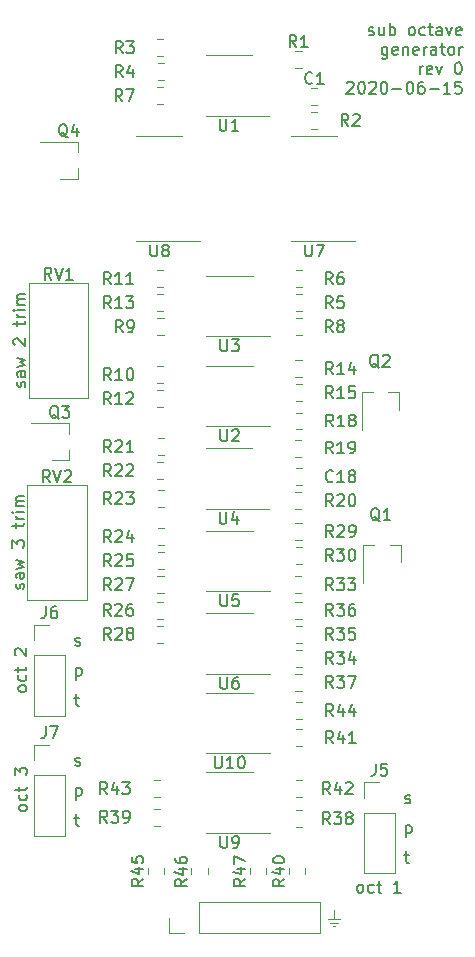
<source format=gbr>
G04 #@! TF.GenerationSoftware,KiCad,Pcbnew,5.1.6-c6e7f7d~86~ubuntu18.04.1*
G04 #@! TF.CreationDate,2020-06-20T10:02:23-04:00*
G04 #@! TF.ProjectId,sub_osc_board,7375625f-6f73-4635-9f62-6f6172642e6b,rev?*
G04 #@! TF.SameCoordinates,Original*
G04 #@! TF.FileFunction,Legend,Top*
G04 #@! TF.FilePolarity,Positive*
%FSLAX46Y46*%
G04 Gerber Fmt 4.6, Leading zero omitted, Abs format (unit mm)*
G04 Created by KiCad (PCBNEW 5.1.6-c6e7f7d~86~ubuntu18.04.1) date 2020-06-20 10:02:23*
%MOMM*%
%LPD*%
G01*
G04 APERTURE LIST*
%ADD10C,0.150000*%
%ADD11C,0.120000*%
G04 APERTURE END LIST*
D10*
X82250595Y-105830714D02*
X82250595Y-106830714D01*
X82250595Y-105878333D02*
X82345833Y-105830714D01*
X82536309Y-105830714D01*
X82631547Y-105878333D01*
X82679166Y-105925952D01*
X82726785Y-106021190D01*
X82726785Y-106306904D01*
X82679166Y-106402142D01*
X82631547Y-106449761D01*
X82536309Y-106497380D01*
X82345833Y-106497380D01*
X82250595Y-106449761D01*
X82202976Y-103909761D02*
X82298214Y-103957380D01*
X82488690Y-103957380D01*
X82583928Y-103909761D01*
X82631547Y-103814523D01*
X82631547Y-103766904D01*
X82583928Y-103671666D01*
X82488690Y-103624047D01*
X82345833Y-103624047D01*
X82250595Y-103576428D01*
X82202976Y-103481190D01*
X82202976Y-103433571D01*
X82250595Y-103338333D01*
X82345833Y-103290714D01*
X82488690Y-103290714D01*
X82583928Y-103338333D01*
X82107738Y-108370714D02*
X82488690Y-108370714D01*
X82250595Y-108037380D02*
X82250595Y-108894523D01*
X82298214Y-108989761D01*
X82393452Y-109037380D01*
X82488690Y-109037380D01*
X82250595Y-115990714D02*
X82250595Y-116990714D01*
X82250595Y-116038333D02*
X82345833Y-115990714D01*
X82536309Y-115990714D01*
X82631547Y-116038333D01*
X82679166Y-116085952D01*
X82726785Y-116181190D01*
X82726785Y-116466904D01*
X82679166Y-116562142D01*
X82631547Y-116609761D01*
X82536309Y-116657380D01*
X82345833Y-116657380D01*
X82250595Y-116609761D01*
X82202976Y-114069761D02*
X82298214Y-114117380D01*
X82488690Y-114117380D01*
X82583928Y-114069761D01*
X82631547Y-113974523D01*
X82631547Y-113926904D01*
X82583928Y-113831666D01*
X82488690Y-113784047D01*
X82345833Y-113784047D01*
X82250595Y-113736428D01*
X82202976Y-113641190D01*
X82202976Y-113593571D01*
X82250595Y-113498333D01*
X82345833Y-113450714D01*
X82488690Y-113450714D01*
X82583928Y-113498333D01*
X82107738Y-118530714D02*
X82488690Y-118530714D01*
X82250595Y-118197380D02*
X82250595Y-119054523D01*
X82298214Y-119149761D01*
X82393452Y-119197380D01*
X82488690Y-119197380D01*
X110047738Y-121705714D02*
X110428690Y-121705714D01*
X110190595Y-121372380D02*
X110190595Y-122229523D01*
X110238214Y-122324761D01*
X110333452Y-122372380D01*
X110428690Y-122372380D01*
X110190595Y-119165714D02*
X110190595Y-120165714D01*
X110190595Y-119213333D02*
X110285833Y-119165714D01*
X110476309Y-119165714D01*
X110571547Y-119213333D01*
X110619166Y-119260952D01*
X110666785Y-119356190D01*
X110666785Y-119641904D01*
X110619166Y-119737142D01*
X110571547Y-119784761D01*
X110476309Y-119832380D01*
X110285833Y-119832380D01*
X110190595Y-119784761D01*
X110142976Y-117244761D02*
X110238214Y-117292380D01*
X110428690Y-117292380D01*
X110523928Y-117244761D01*
X110571547Y-117149523D01*
X110571547Y-117101904D01*
X110523928Y-117006666D01*
X110428690Y-116959047D01*
X110285833Y-116959047D01*
X110190595Y-116911428D01*
X110142976Y-116816190D01*
X110142976Y-116768571D01*
X110190595Y-116673333D01*
X110285833Y-116625714D01*
X110428690Y-116625714D01*
X110523928Y-116673333D01*
X77904761Y-82028571D02*
X77952380Y-81933333D01*
X77952380Y-81742857D01*
X77904761Y-81647619D01*
X77809523Y-81600000D01*
X77761904Y-81600000D01*
X77666666Y-81647619D01*
X77619047Y-81742857D01*
X77619047Y-81885714D01*
X77571428Y-81980952D01*
X77476190Y-82028571D01*
X77428571Y-82028571D01*
X77333333Y-81980952D01*
X77285714Y-81885714D01*
X77285714Y-81742857D01*
X77333333Y-81647619D01*
X77952380Y-80742857D02*
X77428571Y-80742857D01*
X77333333Y-80790476D01*
X77285714Y-80885714D01*
X77285714Y-81076190D01*
X77333333Y-81171428D01*
X77904761Y-80742857D02*
X77952380Y-80838095D01*
X77952380Y-81076190D01*
X77904761Y-81171428D01*
X77809523Y-81219047D01*
X77714285Y-81219047D01*
X77619047Y-81171428D01*
X77571428Y-81076190D01*
X77571428Y-80838095D01*
X77523809Y-80742857D01*
X77285714Y-80361904D02*
X77952380Y-80171428D01*
X77476190Y-79980952D01*
X77952380Y-79790476D01*
X77285714Y-79600000D01*
X77047619Y-78504761D02*
X77000000Y-78457142D01*
X76952380Y-78361904D01*
X76952380Y-78123809D01*
X77000000Y-78028571D01*
X77047619Y-77980952D01*
X77142857Y-77933333D01*
X77238095Y-77933333D01*
X77380952Y-77980952D01*
X77952380Y-78552380D01*
X77952380Y-77933333D01*
X77285714Y-76885714D02*
X77285714Y-76504761D01*
X76952380Y-76742857D02*
X77809523Y-76742857D01*
X77904761Y-76695238D01*
X77952380Y-76600000D01*
X77952380Y-76504761D01*
X77952380Y-76171428D02*
X77285714Y-76171428D01*
X77476190Y-76171428D02*
X77380952Y-76123809D01*
X77333333Y-76076190D01*
X77285714Y-75980952D01*
X77285714Y-75885714D01*
X77952380Y-75552380D02*
X77285714Y-75552380D01*
X76952380Y-75552380D02*
X77000000Y-75600000D01*
X77047619Y-75552380D01*
X77000000Y-75504761D01*
X76952380Y-75552380D01*
X77047619Y-75552380D01*
X77952380Y-75076190D02*
X77285714Y-75076190D01*
X77380952Y-75076190D02*
X77333333Y-75028571D01*
X77285714Y-74933333D01*
X77285714Y-74790476D01*
X77333333Y-74695238D01*
X77428571Y-74647619D01*
X77952380Y-74647619D01*
X77428571Y-74647619D02*
X77333333Y-74600000D01*
X77285714Y-74504761D01*
X77285714Y-74361904D01*
X77333333Y-74266666D01*
X77428571Y-74219047D01*
X77952380Y-74219047D01*
X77804761Y-99128571D02*
X77852380Y-99033333D01*
X77852380Y-98842857D01*
X77804761Y-98747619D01*
X77709523Y-98700000D01*
X77661904Y-98700000D01*
X77566666Y-98747619D01*
X77519047Y-98842857D01*
X77519047Y-98985714D01*
X77471428Y-99080952D01*
X77376190Y-99128571D01*
X77328571Y-99128571D01*
X77233333Y-99080952D01*
X77185714Y-98985714D01*
X77185714Y-98842857D01*
X77233333Y-98747619D01*
X77852380Y-97842857D02*
X77328571Y-97842857D01*
X77233333Y-97890476D01*
X77185714Y-97985714D01*
X77185714Y-98176190D01*
X77233333Y-98271428D01*
X77804761Y-97842857D02*
X77852380Y-97938095D01*
X77852380Y-98176190D01*
X77804761Y-98271428D01*
X77709523Y-98319047D01*
X77614285Y-98319047D01*
X77519047Y-98271428D01*
X77471428Y-98176190D01*
X77471428Y-97938095D01*
X77423809Y-97842857D01*
X77185714Y-97461904D02*
X77852380Y-97271428D01*
X77376190Y-97080952D01*
X77852380Y-96890476D01*
X77185714Y-96700000D01*
X76852380Y-95652380D02*
X76852380Y-95033333D01*
X77233333Y-95366666D01*
X77233333Y-95223809D01*
X77280952Y-95128571D01*
X77328571Y-95080952D01*
X77423809Y-95033333D01*
X77661904Y-95033333D01*
X77757142Y-95080952D01*
X77804761Y-95128571D01*
X77852380Y-95223809D01*
X77852380Y-95509523D01*
X77804761Y-95604761D01*
X77757142Y-95652380D01*
X77185714Y-93985714D02*
X77185714Y-93604761D01*
X76852380Y-93842857D02*
X77709523Y-93842857D01*
X77804761Y-93795238D01*
X77852380Y-93700000D01*
X77852380Y-93604761D01*
X77852380Y-93271428D02*
X77185714Y-93271428D01*
X77376190Y-93271428D02*
X77280952Y-93223809D01*
X77233333Y-93176190D01*
X77185714Y-93080952D01*
X77185714Y-92985714D01*
X77852380Y-92652380D02*
X77185714Y-92652380D01*
X76852380Y-92652380D02*
X76900000Y-92700000D01*
X76947619Y-92652380D01*
X76900000Y-92604761D01*
X76852380Y-92652380D01*
X76947619Y-92652380D01*
X77852380Y-92176190D02*
X77185714Y-92176190D01*
X77280952Y-92176190D02*
X77233333Y-92128571D01*
X77185714Y-92033333D01*
X77185714Y-91890476D01*
X77233333Y-91795238D01*
X77328571Y-91747619D01*
X77852380Y-91747619D01*
X77328571Y-91747619D02*
X77233333Y-91700000D01*
X77185714Y-91604761D01*
X77185714Y-91461904D01*
X77233333Y-91366666D01*
X77328571Y-91319047D01*
X77852380Y-91319047D01*
D11*
X104100000Y-127100000D02*
X104100000Y-126300000D01*
X104000000Y-127700000D02*
X104200000Y-127700000D01*
X103800000Y-127400000D02*
X104400000Y-127400000D01*
X103600000Y-127100000D02*
X104600000Y-127100000D01*
D10*
X78100180Y-117771657D02*
X78052561Y-117866895D01*
X78004942Y-117914514D01*
X77909704Y-117962133D01*
X77623990Y-117962133D01*
X77528752Y-117914514D01*
X77481133Y-117866895D01*
X77433514Y-117771657D01*
X77433514Y-117628800D01*
X77481133Y-117533561D01*
X77528752Y-117485942D01*
X77623990Y-117438323D01*
X77909704Y-117438323D01*
X78004942Y-117485942D01*
X78052561Y-117533561D01*
X78100180Y-117628800D01*
X78100180Y-117771657D01*
X78052561Y-116581180D02*
X78100180Y-116676419D01*
X78100180Y-116866895D01*
X78052561Y-116962133D01*
X78004942Y-117009752D01*
X77909704Y-117057371D01*
X77623990Y-117057371D01*
X77528752Y-117009752D01*
X77481133Y-116962133D01*
X77433514Y-116866895D01*
X77433514Y-116676419D01*
X77481133Y-116581180D01*
X77433514Y-116295466D02*
X77433514Y-115914514D01*
X77100180Y-116152609D02*
X77957323Y-116152609D01*
X78052561Y-116104990D01*
X78100180Y-116009752D01*
X78100180Y-115914514D01*
X77100180Y-114914514D02*
X77100180Y-114295466D01*
X77481133Y-114628800D01*
X77481133Y-114485942D01*
X77528752Y-114390704D01*
X77576371Y-114343085D01*
X77671609Y-114295466D01*
X77909704Y-114295466D01*
X78004942Y-114343085D01*
X78052561Y-114390704D01*
X78100180Y-114485942D01*
X78100180Y-114771657D01*
X78052561Y-114866895D01*
X78004942Y-114914514D01*
X78049380Y-107662457D02*
X78001761Y-107757695D01*
X77954142Y-107805314D01*
X77858904Y-107852933D01*
X77573190Y-107852933D01*
X77477952Y-107805314D01*
X77430333Y-107757695D01*
X77382714Y-107662457D01*
X77382714Y-107519600D01*
X77430333Y-107424361D01*
X77477952Y-107376742D01*
X77573190Y-107329123D01*
X77858904Y-107329123D01*
X77954142Y-107376742D01*
X78001761Y-107424361D01*
X78049380Y-107519600D01*
X78049380Y-107662457D01*
X78001761Y-106471980D02*
X78049380Y-106567219D01*
X78049380Y-106757695D01*
X78001761Y-106852933D01*
X77954142Y-106900552D01*
X77858904Y-106948171D01*
X77573190Y-106948171D01*
X77477952Y-106900552D01*
X77430333Y-106852933D01*
X77382714Y-106757695D01*
X77382714Y-106567219D01*
X77430333Y-106471980D01*
X77382714Y-106186266D02*
X77382714Y-105805314D01*
X77049380Y-106043409D02*
X77906523Y-106043409D01*
X78001761Y-105995790D01*
X78049380Y-105900552D01*
X78049380Y-105805314D01*
X77144619Y-104757695D02*
X77097000Y-104710076D01*
X77049380Y-104614838D01*
X77049380Y-104376742D01*
X77097000Y-104281504D01*
X77144619Y-104233885D01*
X77239857Y-104186266D01*
X77335095Y-104186266D01*
X77477952Y-104233885D01*
X78049380Y-104805314D01*
X78049380Y-104186266D01*
X106256342Y-124861580D02*
X106161104Y-124813961D01*
X106113485Y-124766342D01*
X106065866Y-124671104D01*
X106065866Y-124385390D01*
X106113485Y-124290152D01*
X106161104Y-124242533D01*
X106256342Y-124194914D01*
X106399200Y-124194914D01*
X106494438Y-124242533D01*
X106542057Y-124290152D01*
X106589676Y-124385390D01*
X106589676Y-124671104D01*
X106542057Y-124766342D01*
X106494438Y-124813961D01*
X106399200Y-124861580D01*
X106256342Y-124861580D01*
X107446819Y-124813961D02*
X107351580Y-124861580D01*
X107161104Y-124861580D01*
X107065866Y-124813961D01*
X107018247Y-124766342D01*
X106970628Y-124671104D01*
X106970628Y-124385390D01*
X107018247Y-124290152D01*
X107065866Y-124242533D01*
X107161104Y-124194914D01*
X107351580Y-124194914D01*
X107446819Y-124242533D01*
X107732533Y-124194914D02*
X108113485Y-124194914D01*
X107875390Y-123861580D02*
X107875390Y-124718723D01*
X107923009Y-124813961D01*
X108018247Y-124861580D01*
X108113485Y-124861580D01*
X109732533Y-124861580D02*
X109161104Y-124861580D01*
X109446819Y-124861580D02*
X109446819Y-123861580D01*
X109351580Y-124004438D01*
X109256342Y-124099676D01*
X109161104Y-124147295D01*
X107046420Y-52227341D02*
X107141659Y-52274960D01*
X107332135Y-52274960D01*
X107427373Y-52227341D01*
X107474992Y-52132103D01*
X107474992Y-52084484D01*
X107427373Y-51989246D01*
X107332135Y-51941627D01*
X107189278Y-51941627D01*
X107094040Y-51894008D01*
X107046420Y-51798770D01*
X107046420Y-51751151D01*
X107094040Y-51655913D01*
X107189278Y-51608294D01*
X107332135Y-51608294D01*
X107427373Y-51655913D01*
X108332135Y-51608294D02*
X108332135Y-52274960D01*
X107903563Y-51608294D02*
X107903563Y-52132103D01*
X107951182Y-52227341D01*
X108046420Y-52274960D01*
X108189278Y-52274960D01*
X108284516Y-52227341D01*
X108332135Y-52179722D01*
X108808325Y-52274960D02*
X108808325Y-51274960D01*
X108808325Y-51655913D02*
X108903563Y-51608294D01*
X109094040Y-51608294D01*
X109189278Y-51655913D01*
X109236897Y-51703532D01*
X109284516Y-51798770D01*
X109284516Y-52084484D01*
X109236897Y-52179722D01*
X109189278Y-52227341D01*
X109094040Y-52274960D01*
X108903563Y-52274960D01*
X108808325Y-52227341D01*
X110617849Y-52274960D02*
X110522611Y-52227341D01*
X110474992Y-52179722D01*
X110427373Y-52084484D01*
X110427373Y-51798770D01*
X110474992Y-51703532D01*
X110522611Y-51655913D01*
X110617849Y-51608294D01*
X110760706Y-51608294D01*
X110855944Y-51655913D01*
X110903563Y-51703532D01*
X110951182Y-51798770D01*
X110951182Y-52084484D01*
X110903563Y-52179722D01*
X110855944Y-52227341D01*
X110760706Y-52274960D01*
X110617849Y-52274960D01*
X111808325Y-52227341D02*
X111713087Y-52274960D01*
X111522611Y-52274960D01*
X111427373Y-52227341D01*
X111379754Y-52179722D01*
X111332135Y-52084484D01*
X111332135Y-51798770D01*
X111379754Y-51703532D01*
X111427373Y-51655913D01*
X111522611Y-51608294D01*
X111713087Y-51608294D01*
X111808325Y-51655913D01*
X112094040Y-51608294D02*
X112474992Y-51608294D01*
X112236897Y-51274960D02*
X112236897Y-52132103D01*
X112284516Y-52227341D01*
X112379754Y-52274960D01*
X112474992Y-52274960D01*
X113236897Y-52274960D02*
X113236897Y-51751151D01*
X113189278Y-51655913D01*
X113094040Y-51608294D01*
X112903563Y-51608294D01*
X112808325Y-51655913D01*
X113236897Y-52227341D02*
X113141659Y-52274960D01*
X112903563Y-52274960D01*
X112808325Y-52227341D01*
X112760706Y-52132103D01*
X112760706Y-52036865D01*
X112808325Y-51941627D01*
X112903563Y-51894008D01*
X113141659Y-51894008D01*
X113236897Y-51846389D01*
X113617849Y-51608294D02*
X113855944Y-52274960D01*
X114094040Y-51608294D01*
X114855944Y-52227341D02*
X114760706Y-52274960D01*
X114570230Y-52274960D01*
X114474992Y-52227341D01*
X114427373Y-52132103D01*
X114427373Y-51751151D01*
X114474992Y-51655913D01*
X114570230Y-51608294D01*
X114760706Y-51608294D01*
X114855944Y-51655913D01*
X114903563Y-51751151D01*
X114903563Y-51846389D01*
X114427373Y-51941627D01*
X108617849Y-53258294D02*
X108617849Y-54067818D01*
X108570230Y-54163056D01*
X108522611Y-54210675D01*
X108427373Y-54258294D01*
X108284516Y-54258294D01*
X108189278Y-54210675D01*
X108617849Y-53877341D02*
X108522611Y-53924960D01*
X108332135Y-53924960D01*
X108236897Y-53877341D01*
X108189278Y-53829722D01*
X108141659Y-53734484D01*
X108141659Y-53448770D01*
X108189278Y-53353532D01*
X108236897Y-53305913D01*
X108332135Y-53258294D01*
X108522611Y-53258294D01*
X108617849Y-53305913D01*
X109474992Y-53877341D02*
X109379754Y-53924960D01*
X109189278Y-53924960D01*
X109094040Y-53877341D01*
X109046420Y-53782103D01*
X109046420Y-53401151D01*
X109094040Y-53305913D01*
X109189278Y-53258294D01*
X109379754Y-53258294D01*
X109474992Y-53305913D01*
X109522611Y-53401151D01*
X109522611Y-53496389D01*
X109046420Y-53591627D01*
X109951182Y-53258294D02*
X109951182Y-53924960D01*
X109951182Y-53353532D02*
X109998801Y-53305913D01*
X110094040Y-53258294D01*
X110236897Y-53258294D01*
X110332135Y-53305913D01*
X110379754Y-53401151D01*
X110379754Y-53924960D01*
X111236897Y-53877341D02*
X111141659Y-53924960D01*
X110951182Y-53924960D01*
X110855944Y-53877341D01*
X110808325Y-53782103D01*
X110808325Y-53401151D01*
X110855944Y-53305913D01*
X110951182Y-53258294D01*
X111141659Y-53258294D01*
X111236897Y-53305913D01*
X111284516Y-53401151D01*
X111284516Y-53496389D01*
X110808325Y-53591627D01*
X111713087Y-53924960D02*
X111713087Y-53258294D01*
X111713087Y-53448770D02*
X111760706Y-53353532D01*
X111808325Y-53305913D01*
X111903563Y-53258294D01*
X111998801Y-53258294D01*
X112760706Y-53924960D02*
X112760706Y-53401151D01*
X112713087Y-53305913D01*
X112617849Y-53258294D01*
X112427373Y-53258294D01*
X112332135Y-53305913D01*
X112760706Y-53877341D02*
X112665468Y-53924960D01*
X112427373Y-53924960D01*
X112332135Y-53877341D01*
X112284516Y-53782103D01*
X112284516Y-53686865D01*
X112332135Y-53591627D01*
X112427373Y-53544008D01*
X112665468Y-53544008D01*
X112760706Y-53496389D01*
X113094040Y-53258294D02*
X113474992Y-53258294D01*
X113236897Y-52924960D02*
X113236897Y-53782103D01*
X113284516Y-53877341D01*
X113379754Y-53924960D01*
X113474992Y-53924960D01*
X113951182Y-53924960D02*
X113855944Y-53877341D01*
X113808325Y-53829722D01*
X113760706Y-53734484D01*
X113760706Y-53448770D01*
X113808325Y-53353532D01*
X113855944Y-53305913D01*
X113951182Y-53258294D01*
X114094039Y-53258294D01*
X114189278Y-53305913D01*
X114236897Y-53353532D01*
X114284516Y-53448770D01*
X114284516Y-53734484D01*
X114236897Y-53829722D01*
X114189278Y-53877341D01*
X114094039Y-53924960D01*
X113951182Y-53924960D01*
X114713087Y-53924960D02*
X114713087Y-53258294D01*
X114713087Y-53448770D02*
X114760706Y-53353532D01*
X114808325Y-53305913D01*
X114903563Y-53258294D01*
X114998801Y-53258294D01*
X111379754Y-55574960D02*
X111379754Y-54908294D01*
X111379754Y-55098770D02*
X111427373Y-55003532D01*
X111474992Y-54955913D01*
X111570230Y-54908294D01*
X111665468Y-54908294D01*
X112379754Y-55527341D02*
X112284516Y-55574960D01*
X112094040Y-55574960D01*
X111998801Y-55527341D01*
X111951182Y-55432103D01*
X111951182Y-55051151D01*
X111998801Y-54955913D01*
X112094040Y-54908294D01*
X112284516Y-54908294D01*
X112379754Y-54955913D01*
X112427373Y-55051151D01*
X112427373Y-55146389D01*
X111951182Y-55241627D01*
X112760706Y-54908294D02*
X112998801Y-55574960D01*
X113236897Y-54908294D01*
X114570230Y-54574960D02*
X114665468Y-54574960D01*
X114760706Y-54622580D01*
X114808325Y-54670199D01*
X114855944Y-54765437D01*
X114903563Y-54955913D01*
X114903563Y-55194008D01*
X114855944Y-55384484D01*
X114808325Y-55479722D01*
X114760706Y-55527341D01*
X114665468Y-55574960D01*
X114570230Y-55574960D01*
X114474992Y-55527341D01*
X114427373Y-55479722D01*
X114379754Y-55384484D01*
X114332135Y-55194008D01*
X114332135Y-54955913D01*
X114379754Y-54765437D01*
X114427373Y-54670199D01*
X114474992Y-54622580D01*
X114570230Y-54574960D01*
X105189278Y-56320199D02*
X105236897Y-56272580D01*
X105332135Y-56224960D01*
X105570230Y-56224960D01*
X105665468Y-56272580D01*
X105713087Y-56320199D01*
X105760706Y-56415437D01*
X105760706Y-56510675D01*
X105713087Y-56653532D01*
X105141659Y-57224960D01*
X105760706Y-57224960D01*
X106379754Y-56224960D02*
X106474992Y-56224960D01*
X106570230Y-56272580D01*
X106617849Y-56320199D01*
X106665468Y-56415437D01*
X106713087Y-56605913D01*
X106713087Y-56844008D01*
X106665468Y-57034484D01*
X106617849Y-57129722D01*
X106570230Y-57177341D01*
X106474992Y-57224960D01*
X106379754Y-57224960D01*
X106284516Y-57177341D01*
X106236897Y-57129722D01*
X106189278Y-57034484D01*
X106141659Y-56844008D01*
X106141659Y-56605913D01*
X106189278Y-56415437D01*
X106236897Y-56320199D01*
X106284516Y-56272580D01*
X106379754Y-56224960D01*
X107094040Y-56320199D02*
X107141659Y-56272580D01*
X107236897Y-56224960D01*
X107474992Y-56224960D01*
X107570230Y-56272580D01*
X107617849Y-56320199D01*
X107665468Y-56415437D01*
X107665468Y-56510675D01*
X107617849Y-56653532D01*
X107046420Y-57224960D01*
X107665468Y-57224960D01*
X108284516Y-56224960D02*
X108379754Y-56224960D01*
X108474992Y-56272580D01*
X108522611Y-56320199D01*
X108570230Y-56415437D01*
X108617849Y-56605913D01*
X108617849Y-56844008D01*
X108570230Y-57034484D01*
X108522611Y-57129722D01*
X108474992Y-57177341D01*
X108379754Y-57224960D01*
X108284516Y-57224960D01*
X108189278Y-57177341D01*
X108141659Y-57129722D01*
X108094040Y-57034484D01*
X108046420Y-56844008D01*
X108046420Y-56605913D01*
X108094040Y-56415437D01*
X108141659Y-56320199D01*
X108189278Y-56272580D01*
X108284516Y-56224960D01*
X109046420Y-56844008D02*
X109808325Y-56844008D01*
X110474992Y-56224960D02*
X110570230Y-56224960D01*
X110665468Y-56272580D01*
X110713087Y-56320199D01*
X110760706Y-56415437D01*
X110808325Y-56605913D01*
X110808325Y-56844008D01*
X110760706Y-57034484D01*
X110713087Y-57129722D01*
X110665468Y-57177341D01*
X110570230Y-57224960D01*
X110474992Y-57224960D01*
X110379754Y-57177341D01*
X110332135Y-57129722D01*
X110284516Y-57034484D01*
X110236897Y-56844008D01*
X110236897Y-56605913D01*
X110284516Y-56415437D01*
X110332135Y-56320199D01*
X110379754Y-56272580D01*
X110474992Y-56224960D01*
X111665468Y-56224960D02*
X111474992Y-56224960D01*
X111379754Y-56272580D01*
X111332135Y-56320199D01*
X111236897Y-56463056D01*
X111189278Y-56653532D01*
X111189278Y-57034484D01*
X111236897Y-57129722D01*
X111284516Y-57177341D01*
X111379754Y-57224960D01*
X111570230Y-57224960D01*
X111665468Y-57177341D01*
X111713087Y-57129722D01*
X111760706Y-57034484D01*
X111760706Y-56796389D01*
X111713087Y-56701151D01*
X111665468Y-56653532D01*
X111570230Y-56605913D01*
X111379754Y-56605913D01*
X111284516Y-56653532D01*
X111236897Y-56701151D01*
X111189278Y-56796389D01*
X112189278Y-56844008D02*
X112951182Y-56844008D01*
X113951182Y-57224960D02*
X113379754Y-57224960D01*
X113665468Y-57224960D02*
X113665468Y-56224960D01*
X113570230Y-56367818D01*
X113474992Y-56463056D01*
X113379754Y-56510675D01*
X114855944Y-56224960D02*
X114379754Y-56224960D01*
X114332135Y-56701151D01*
X114379754Y-56653532D01*
X114474992Y-56605913D01*
X114713087Y-56605913D01*
X114808325Y-56653532D01*
X114855944Y-56701151D01*
X114903563Y-56796389D01*
X114903563Y-57034484D01*
X114855944Y-57129722D01*
X114808325Y-57177341D01*
X114713087Y-57224960D01*
X114474992Y-57224960D01*
X114379754Y-57177341D01*
X114332135Y-57129722D01*
D11*
X89660252Y-74220000D02*
X89137748Y-74220000D01*
X89660252Y-75640000D02*
X89137748Y-75640000D01*
X89669252Y-76252000D02*
X89146748Y-76252000D01*
X89669252Y-77672000D02*
X89146748Y-77672000D01*
X82397000Y-64434800D02*
X80937000Y-64434800D01*
X82397000Y-61274800D02*
X79237000Y-61274800D01*
X82397000Y-61274800D02*
X82397000Y-62204800D01*
X82397000Y-64434800D02*
X82397000Y-63504800D01*
X81644900Y-88282900D02*
X80184900Y-88282900D01*
X81644900Y-85122900D02*
X78484900Y-85122900D01*
X81644900Y-85122900D02*
X81644900Y-86052900D01*
X81644900Y-88282900D02*
X81644900Y-87352900D01*
X109608700Y-82512500D02*
X109608700Y-83972500D01*
X106448700Y-82512500D02*
X106448700Y-85672500D01*
X106448700Y-82512500D02*
X107378700Y-82512500D01*
X109608700Y-82512500D02*
X108678700Y-82512500D01*
X109735700Y-95453800D02*
X109735700Y-96913800D01*
X106575700Y-95453800D02*
X106575700Y-98613800D01*
X106575700Y-95453800D02*
X107505700Y-95453800D01*
X109735700Y-95453800D02*
X108805700Y-95453800D01*
X78680000Y-112335000D02*
X80010000Y-112335000D01*
X78680000Y-113665000D02*
X78680000Y-112335000D01*
X78680000Y-114935000D02*
X81340000Y-114935000D01*
X81340000Y-114935000D02*
X81340000Y-120075000D01*
X78680000Y-114935000D02*
X78680000Y-120075000D01*
X78680000Y-120075000D02*
X81340000Y-120075000D01*
X95250000Y-113050000D02*
X98700000Y-113050000D01*
X95250000Y-113050000D02*
X93300000Y-113050000D01*
X95250000Y-107930000D02*
X97200000Y-107930000D01*
X95250000Y-107930000D02*
X93300000Y-107930000D01*
X95250000Y-119781000D02*
X98700000Y-119781000D01*
X95250000Y-119781000D02*
X93300000Y-119781000D01*
X95250000Y-114661000D02*
X97200000Y-114661000D01*
X95250000Y-114661000D02*
X93300000Y-114661000D01*
X98373000Y-123333252D02*
X98373000Y-122810748D01*
X96953000Y-123333252D02*
X96953000Y-122810748D01*
X93420000Y-123333252D02*
X93420000Y-122810748D01*
X92000000Y-123333252D02*
X92000000Y-122810748D01*
X89737000Y-123315252D02*
X89737000Y-122792748D01*
X88317000Y-123315252D02*
X88317000Y-122792748D01*
X100839748Y-110184000D02*
X101362252Y-110184000D01*
X100839748Y-108764000D02*
X101362252Y-108764000D01*
X89355452Y-115368000D02*
X88832948Y-115368000D01*
X89355452Y-116788000D02*
X88832948Y-116788000D01*
X100839748Y-116788000D02*
X101362252Y-116788000D01*
X100839748Y-115368000D02*
X101362252Y-115368000D01*
X100839748Y-112470000D02*
X101362252Y-112470000D01*
X100839748Y-111050000D02*
X101362252Y-111050000D01*
X101675000Y-123324252D02*
X101675000Y-122801748D01*
X100255000Y-123324252D02*
X100255000Y-122801748D01*
X89355452Y-117781000D02*
X88832948Y-117781000D01*
X89355452Y-119201000D02*
X88832948Y-119201000D01*
X101362252Y-117908000D02*
X100839748Y-117908000D01*
X101362252Y-119328000D02*
X100839748Y-119328000D01*
X78680000Y-109915000D02*
X81340000Y-109915000D01*
X78680000Y-104775000D02*
X78680000Y-109915000D01*
X81340000Y-104775000D02*
X81340000Y-109915000D01*
X78680000Y-104775000D02*
X81340000Y-104775000D01*
X78680000Y-103505000D02*
X78680000Y-102175000D01*
X78680000Y-102175000D02*
X80010000Y-102175000D01*
X106620000Y-123250000D02*
X109280000Y-123250000D01*
X106620000Y-118110000D02*
X106620000Y-123250000D01*
X109280000Y-118110000D02*
X109280000Y-123250000D01*
X106620000Y-118110000D02*
X109280000Y-118110000D01*
X106620000Y-116840000D02*
X106620000Y-115510000D01*
X106620000Y-115510000D02*
X107950000Y-115510000D01*
X90110000Y-128330000D02*
X90110000Y-127000000D01*
X91440000Y-128330000D02*
X90110000Y-128330000D01*
X92710000Y-128330000D02*
X92710000Y-125670000D01*
X92710000Y-125670000D02*
X102930000Y-125670000D01*
X92710000Y-128330000D02*
X102930000Y-128330000D01*
X102930000Y-128330000D02*
X102930000Y-125670000D01*
X89320600Y-69713000D02*
X92770600Y-69713000D01*
X89320600Y-69713000D02*
X87370600Y-69713000D01*
X89320600Y-60843000D02*
X91270600Y-60843000D01*
X89320600Y-60843000D02*
X87370600Y-60843000D01*
X102427000Y-69713000D02*
X105877000Y-69713000D01*
X102427000Y-69713000D02*
X100477000Y-69713000D01*
X102427000Y-60843000D02*
X104377000Y-60843000D01*
X102427000Y-60843000D02*
X100477000Y-60843000D01*
X95250000Y-106319000D02*
X98700000Y-106319000D01*
X95250000Y-106319000D02*
X93300000Y-106319000D01*
X95250000Y-101199000D02*
X97200000Y-101199000D01*
X95250000Y-101199000D02*
X93300000Y-101199000D01*
X95250000Y-99334000D02*
X98700000Y-99334000D01*
X95250000Y-99334000D02*
X93300000Y-99334000D01*
X95250000Y-94214000D02*
X97200000Y-94214000D01*
X95250000Y-94214000D02*
X93300000Y-94214000D01*
X95185000Y-92349000D02*
X98635000Y-92349000D01*
X95185000Y-92349000D02*
X93235000Y-92349000D01*
X95185000Y-87229000D02*
X97135000Y-87229000D01*
X95185000Y-87229000D02*
X93235000Y-87229000D01*
X95250000Y-77744000D02*
X98700000Y-77744000D01*
X95250000Y-77744000D02*
X93300000Y-77744000D01*
X95250000Y-72624000D02*
X97200000Y-72624000D01*
X95250000Y-72624000D02*
X93300000Y-72624000D01*
X95250000Y-85364000D02*
X98700000Y-85364000D01*
X95250000Y-85364000D02*
X93300000Y-85364000D01*
X95250000Y-80244000D02*
X97200000Y-80244000D01*
X95250000Y-80244000D02*
X93300000Y-80244000D01*
X95185000Y-59075000D02*
X98635000Y-59075000D01*
X95185000Y-59075000D02*
X93235000Y-59075000D01*
X95185000Y-53955000D02*
X97135000Y-53955000D01*
X95185000Y-53955000D02*
X93235000Y-53955000D01*
X78115000Y-90365000D02*
X83185000Y-90365000D01*
X78115000Y-100135000D02*
X83185000Y-100135000D01*
X83185000Y-100135000D02*
X83185000Y-90365000D01*
X78115000Y-100135000D02*
X78115000Y-90365000D01*
X78242000Y-73220000D02*
X83312000Y-73220000D01*
X78242000Y-82990000D02*
X83312000Y-82990000D01*
X83312000Y-82990000D02*
X83312000Y-73220000D01*
X78242000Y-82990000D02*
X78242000Y-73220000D01*
X101353252Y-106351000D02*
X100830748Y-106351000D01*
X101353252Y-107771000D02*
X100830748Y-107771000D01*
X100830748Y-101675000D02*
X101353252Y-101675000D01*
X100830748Y-100255000D02*
X101353252Y-100255000D01*
X100839748Y-103707000D02*
X101362252Y-103707000D01*
X100839748Y-102287000D02*
X101362252Y-102287000D01*
X100839748Y-105739000D02*
X101362252Y-105739000D01*
X100839748Y-104319000D02*
X101362252Y-104319000D01*
X100821748Y-99516000D02*
X101344252Y-99516000D01*
X100821748Y-98096000D02*
X101344252Y-98096000D01*
X100854988Y-97031880D02*
X101377492Y-97031880D01*
X100854988Y-95611880D02*
X101377492Y-95611880D01*
X100836988Y-94999880D02*
X101359492Y-94999880D01*
X100836988Y-93579880D02*
X101359492Y-93579880D01*
X89137748Y-103707000D02*
X89660252Y-103707000D01*
X89137748Y-102287000D02*
X89660252Y-102287000D01*
X89669252Y-98096000D02*
X89146748Y-98096000D01*
X89669252Y-99516000D02*
X89146748Y-99516000D01*
X89660252Y-100255000D02*
X89137748Y-100255000D01*
X89660252Y-101675000D02*
X89137748Y-101675000D01*
X89678252Y-96064000D02*
X89155748Y-96064000D01*
X89678252Y-97484000D02*
X89155748Y-97484000D01*
X89678252Y-94032000D02*
X89155748Y-94032000D01*
X89678252Y-95452000D02*
X89155748Y-95452000D01*
X89678252Y-90818900D02*
X89155748Y-90818900D01*
X89678252Y-92238900D02*
X89155748Y-92238900D01*
X89660252Y-88444000D02*
X89137748Y-88444000D01*
X89660252Y-89864000D02*
X89137748Y-89864000D01*
X89678252Y-86412000D02*
X89155748Y-86412000D01*
X89678252Y-87832000D02*
X89155748Y-87832000D01*
X101344252Y-90984000D02*
X100821748Y-90984000D01*
X101344252Y-92404000D02*
X100821748Y-92404000D01*
X101331552Y-86526300D02*
X100809048Y-86526300D01*
X101331552Y-87946300D02*
X100809048Y-87946300D01*
X100839748Y-85647600D02*
X101362252Y-85647600D01*
X100839748Y-84227600D02*
X101362252Y-84227600D01*
X100839748Y-83260000D02*
X101362252Y-83260000D01*
X100839748Y-81840000D02*
X101362252Y-81840000D01*
X100830748Y-81228000D02*
X101353252Y-81228000D01*
X100830748Y-79808000D02*
X101353252Y-79808000D01*
X89137748Y-83768000D02*
X89660252Y-83768000D01*
X89137748Y-82348000D02*
X89660252Y-82348000D01*
X89660252Y-72188000D02*
X89137748Y-72188000D01*
X89660252Y-73608000D02*
X89137748Y-73608000D01*
X89660252Y-80316000D02*
X89137748Y-80316000D01*
X89660252Y-81736000D02*
X89137748Y-81736000D01*
X101362252Y-76252000D02*
X100839748Y-76252000D01*
X101362252Y-77672000D02*
X100839748Y-77672000D01*
X89660252Y-56694000D02*
X89137748Y-56694000D01*
X89660252Y-58114000D02*
X89137748Y-58114000D01*
X100839748Y-73608000D02*
X101362252Y-73608000D01*
X100839748Y-72188000D02*
X101362252Y-72188000D01*
X100839748Y-75640000D02*
X101362252Y-75640000D01*
X100839748Y-74220000D02*
X101362252Y-74220000D01*
X89155748Y-56082000D02*
X89678252Y-56082000D01*
X89155748Y-54662000D02*
X89678252Y-54662000D01*
X89137748Y-54050000D02*
X89660252Y-54050000D01*
X89137748Y-52630000D02*
X89660252Y-52630000D01*
X102175568Y-60222200D02*
X102698072Y-60222200D01*
X102175568Y-58802200D02*
X102698072Y-58802200D01*
X100830748Y-55066000D02*
X101353252Y-55066000D01*
X100830748Y-53646000D02*
X101353252Y-53646000D01*
X101362252Y-88952000D02*
X100839748Y-88952000D01*
X101362252Y-90372000D02*
X100839748Y-90372000D01*
X102175568Y-58190200D02*
X102698072Y-58190200D01*
X102175568Y-56770200D02*
X102698072Y-56770200D01*
D10*
X85209142Y-75382380D02*
X84875809Y-74906190D01*
X84637714Y-75382380D02*
X84637714Y-74382380D01*
X85018666Y-74382380D01*
X85113904Y-74430000D01*
X85161523Y-74477619D01*
X85209142Y-74572857D01*
X85209142Y-74715714D01*
X85161523Y-74810952D01*
X85113904Y-74858571D01*
X85018666Y-74906190D01*
X84637714Y-74906190D01*
X86161523Y-75382380D02*
X85590095Y-75382380D01*
X85875809Y-75382380D02*
X85875809Y-74382380D01*
X85780571Y-74525238D01*
X85685333Y-74620476D01*
X85590095Y-74668095D01*
X86494857Y-74382380D02*
X87113904Y-74382380D01*
X86780571Y-74763333D01*
X86923428Y-74763333D01*
X87018666Y-74810952D01*
X87066285Y-74858571D01*
X87113904Y-74953809D01*
X87113904Y-75191904D01*
X87066285Y-75287142D01*
X87018666Y-75334761D01*
X86923428Y-75382380D01*
X86637714Y-75382380D01*
X86542476Y-75334761D01*
X86494857Y-75287142D01*
X86193333Y-77414380D02*
X85860000Y-76938190D01*
X85621904Y-77414380D02*
X85621904Y-76414380D01*
X86002857Y-76414380D01*
X86098095Y-76462000D01*
X86145714Y-76509619D01*
X86193333Y-76604857D01*
X86193333Y-76747714D01*
X86145714Y-76842952D01*
X86098095Y-76890571D01*
X86002857Y-76938190D01*
X85621904Y-76938190D01*
X86669523Y-77414380D02*
X86860000Y-77414380D01*
X86955238Y-77366761D01*
X87002857Y-77319142D01*
X87098095Y-77176285D01*
X87145714Y-76985809D01*
X87145714Y-76604857D01*
X87098095Y-76509619D01*
X87050476Y-76462000D01*
X86955238Y-76414380D01*
X86764761Y-76414380D01*
X86669523Y-76462000D01*
X86621904Y-76509619D01*
X86574285Y-76604857D01*
X86574285Y-76842952D01*
X86621904Y-76938190D01*
X86669523Y-76985809D01*
X86764761Y-77033428D01*
X86955238Y-77033428D01*
X87050476Y-76985809D01*
X87098095Y-76938190D01*
X87145714Y-76842952D01*
X81541761Y-60902419D02*
X81446523Y-60854800D01*
X81351285Y-60759561D01*
X81208428Y-60616704D01*
X81113190Y-60569085D01*
X81017952Y-60569085D01*
X81065571Y-60807180D02*
X80970333Y-60759561D01*
X80875095Y-60664323D01*
X80827476Y-60473847D01*
X80827476Y-60140514D01*
X80875095Y-59950038D01*
X80970333Y-59854800D01*
X81065571Y-59807180D01*
X81256047Y-59807180D01*
X81351285Y-59854800D01*
X81446523Y-59950038D01*
X81494142Y-60140514D01*
X81494142Y-60473847D01*
X81446523Y-60664323D01*
X81351285Y-60759561D01*
X81256047Y-60807180D01*
X81065571Y-60807180D01*
X82351285Y-60140514D02*
X82351285Y-60807180D01*
X82113190Y-59759561D02*
X81875095Y-60473847D01*
X82494142Y-60473847D01*
X80789661Y-84750519D02*
X80694423Y-84702900D01*
X80599185Y-84607661D01*
X80456328Y-84464804D01*
X80361090Y-84417185D01*
X80265852Y-84417185D01*
X80313471Y-84655280D02*
X80218233Y-84607661D01*
X80122995Y-84512423D01*
X80075376Y-84321947D01*
X80075376Y-83988614D01*
X80122995Y-83798138D01*
X80218233Y-83702900D01*
X80313471Y-83655280D01*
X80503947Y-83655280D01*
X80599185Y-83702900D01*
X80694423Y-83798138D01*
X80742042Y-83988614D01*
X80742042Y-84321947D01*
X80694423Y-84512423D01*
X80599185Y-84607661D01*
X80503947Y-84655280D01*
X80313471Y-84655280D01*
X81075376Y-83655280D02*
X81694423Y-83655280D01*
X81361090Y-84036233D01*
X81503947Y-84036233D01*
X81599185Y-84083852D01*
X81646804Y-84131471D01*
X81694423Y-84226709D01*
X81694423Y-84464804D01*
X81646804Y-84560042D01*
X81599185Y-84607661D01*
X81503947Y-84655280D01*
X81218233Y-84655280D01*
X81122995Y-84607661D01*
X81075376Y-84560042D01*
X107895361Y-80427819D02*
X107800123Y-80380200D01*
X107704885Y-80284961D01*
X107562028Y-80142104D01*
X107466790Y-80094485D01*
X107371552Y-80094485D01*
X107419171Y-80332580D02*
X107323933Y-80284961D01*
X107228695Y-80189723D01*
X107181076Y-79999247D01*
X107181076Y-79665914D01*
X107228695Y-79475438D01*
X107323933Y-79380200D01*
X107419171Y-79332580D01*
X107609647Y-79332580D01*
X107704885Y-79380200D01*
X107800123Y-79475438D01*
X107847742Y-79665914D01*
X107847742Y-79999247D01*
X107800123Y-80189723D01*
X107704885Y-80284961D01*
X107609647Y-80332580D01*
X107419171Y-80332580D01*
X108228695Y-79427819D02*
X108276314Y-79380200D01*
X108371552Y-79332580D01*
X108609647Y-79332580D01*
X108704885Y-79380200D01*
X108752504Y-79427819D01*
X108800123Y-79523057D01*
X108800123Y-79618295D01*
X108752504Y-79761152D01*
X108181076Y-80332580D01*
X108800123Y-80332580D01*
X107969061Y-93422719D02*
X107873823Y-93375100D01*
X107778585Y-93279861D01*
X107635728Y-93137004D01*
X107540490Y-93089385D01*
X107445252Y-93089385D01*
X107492871Y-93327480D02*
X107397633Y-93279861D01*
X107302395Y-93184623D01*
X107254776Y-92994147D01*
X107254776Y-92660814D01*
X107302395Y-92470338D01*
X107397633Y-92375100D01*
X107492871Y-92327480D01*
X107683347Y-92327480D01*
X107778585Y-92375100D01*
X107873823Y-92470338D01*
X107921442Y-92660814D01*
X107921442Y-92994147D01*
X107873823Y-93184623D01*
X107778585Y-93279861D01*
X107683347Y-93327480D01*
X107492871Y-93327480D01*
X108873823Y-93327480D02*
X108302395Y-93327480D01*
X108588109Y-93327480D02*
X108588109Y-92327480D01*
X108492871Y-92470338D01*
X108397633Y-92565576D01*
X108302395Y-92613195D01*
X79676666Y-110787380D02*
X79676666Y-111501666D01*
X79629047Y-111644523D01*
X79533809Y-111739761D01*
X79390952Y-111787380D01*
X79295714Y-111787380D01*
X80057619Y-110787380D02*
X80724285Y-110787380D01*
X80295714Y-111787380D01*
X94011904Y-113342380D02*
X94011904Y-114151904D01*
X94059523Y-114247142D01*
X94107142Y-114294761D01*
X94202380Y-114342380D01*
X94392857Y-114342380D01*
X94488095Y-114294761D01*
X94535714Y-114247142D01*
X94583333Y-114151904D01*
X94583333Y-113342380D01*
X95583333Y-114342380D02*
X95011904Y-114342380D01*
X95297619Y-114342380D02*
X95297619Y-113342380D01*
X95202380Y-113485238D01*
X95107142Y-113580476D01*
X95011904Y-113628095D01*
X96202380Y-113342380D02*
X96297619Y-113342380D01*
X96392857Y-113390000D01*
X96440476Y-113437619D01*
X96488095Y-113532857D01*
X96535714Y-113723333D01*
X96535714Y-113961428D01*
X96488095Y-114151904D01*
X96440476Y-114247142D01*
X96392857Y-114294761D01*
X96297619Y-114342380D01*
X96202380Y-114342380D01*
X96107142Y-114294761D01*
X96059523Y-114247142D01*
X96011904Y-114151904D01*
X95964285Y-113961428D01*
X95964285Y-113723333D01*
X96011904Y-113532857D01*
X96059523Y-113437619D01*
X96107142Y-113390000D01*
X96202380Y-113342380D01*
X94488095Y-120073380D02*
X94488095Y-120882904D01*
X94535714Y-120978142D01*
X94583333Y-121025761D01*
X94678571Y-121073380D01*
X94869047Y-121073380D01*
X94964285Y-121025761D01*
X95011904Y-120978142D01*
X95059523Y-120882904D01*
X95059523Y-120073380D01*
X95583333Y-121073380D02*
X95773809Y-121073380D01*
X95869047Y-121025761D01*
X95916666Y-120978142D01*
X96011904Y-120835285D01*
X96059523Y-120644809D01*
X96059523Y-120263857D01*
X96011904Y-120168619D01*
X95964285Y-120121000D01*
X95869047Y-120073380D01*
X95678571Y-120073380D01*
X95583333Y-120121000D01*
X95535714Y-120168619D01*
X95488095Y-120263857D01*
X95488095Y-120501952D01*
X95535714Y-120597190D01*
X95583333Y-120644809D01*
X95678571Y-120692428D01*
X95869047Y-120692428D01*
X95964285Y-120644809D01*
X96011904Y-120597190D01*
X96059523Y-120501952D01*
X96591380Y-123705857D02*
X96115190Y-124039190D01*
X96591380Y-124277285D02*
X95591380Y-124277285D01*
X95591380Y-123896333D01*
X95639000Y-123801095D01*
X95686619Y-123753476D01*
X95781857Y-123705857D01*
X95924714Y-123705857D01*
X96019952Y-123753476D01*
X96067571Y-123801095D01*
X96115190Y-123896333D01*
X96115190Y-124277285D01*
X95924714Y-122848714D02*
X96591380Y-122848714D01*
X95543761Y-123086809D02*
X96258047Y-123324904D01*
X96258047Y-122705857D01*
X95591380Y-122420142D02*
X95591380Y-121753476D01*
X96591380Y-122182047D01*
X91638380Y-123723857D02*
X91162190Y-124057190D01*
X91638380Y-124295285D02*
X90638380Y-124295285D01*
X90638380Y-123914333D01*
X90686000Y-123819095D01*
X90733619Y-123771476D01*
X90828857Y-123723857D01*
X90971714Y-123723857D01*
X91066952Y-123771476D01*
X91114571Y-123819095D01*
X91162190Y-123914333D01*
X91162190Y-124295285D01*
X90971714Y-122866714D02*
X91638380Y-122866714D01*
X90590761Y-123104809D02*
X91305047Y-123342904D01*
X91305047Y-122723857D01*
X90638380Y-121914333D02*
X90638380Y-122104809D01*
X90686000Y-122200047D01*
X90733619Y-122247666D01*
X90876476Y-122342904D01*
X91066952Y-122390523D01*
X91447904Y-122390523D01*
X91543142Y-122342904D01*
X91590761Y-122295285D01*
X91638380Y-122200047D01*
X91638380Y-122009571D01*
X91590761Y-121914333D01*
X91543142Y-121866714D01*
X91447904Y-121819095D01*
X91209809Y-121819095D01*
X91114571Y-121866714D01*
X91066952Y-121914333D01*
X91019333Y-122009571D01*
X91019333Y-122200047D01*
X91066952Y-122295285D01*
X91114571Y-122342904D01*
X91209809Y-122390523D01*
X87955380Y-123696857D02*
X87479190Y-124030190D01*
X87955380Y-124268285D02*
X86955380Y-124268285D01*
X86955380Y-123887333D01*
X87003000Y-123792095D01*
X87050619Y-123744476D01*
X87145857Y-123696857D01*
X87288714Y-123696857D01*
X87383952Y-123744476D01*
X87431571Y-123792095D01*
X87479190Y-123887333D01*
X87479190Y-124268285D01*
X87288714Y-122839714D02*
X87955380Y-122839714D01*
X86907761Y-123077809D02*
X87622047Y-123315904D01*
X87622047Y-122696857D01*
X86955380Y-121839714D02*
X86955380Y-122315904D01*
X87431571Y-122363523D01*
X87383952Y-122315904D01*
X87336333Y-122220666D01*
X87336333Y-121982571D01*
X87383952Y-121887333D01*
X87431571Y-121839714D01*
X87526809Y-121792095D01*
X87764904Y-121792095D01*
X87860142Y-121839714D01*
X87907761Y-121887333D01*
X87955380Y-121982571D01*
X87955380Y-122220666D01*
X87907761Y-122315904D01*
X87860142Y-122363523D01*
X104023142Y-109926380D02*
X103689809Y-109450190D01*
X103451714Y-109926380D02*
X103451714Y-108926380D01*
X103832666Y-108926380D01*
X103927904Y-108974000D01*
X103975523Y-109021619D01*
X104023142Y-109116857D01*
X104023142Y-109259714D01*
X103975523Y-109354952D01*
X103927904Y-109402571D01*
X103832666Y-109450190D01*
X103451714Y-109450190D01*
X104880285Y-109259714D02*
X104880285Y-109926380D01*
X104642190Y-108878761D02*
X104404095Y-109593047D01*
X105023142Y-109593047D01*
X105832666Y-109259714D02*
X105832666Y-109926380D01*
X105594571Y-108878761D02*
X105356476Y-109593047D01*
X105975523Y-109593047D01*
X84886342Y-116530380D02*
X84553009Y-116054190D01*
X84314914Y-116530380D02*
X84314914Y-115530380D01*
X84695866Y-115530380D01*
X84791104Y-115578000D01*
X84838723Y-115625619D01*
X84886342Y-115720857D01*
X84886342Y-115863714D01*
X84838723Y-115958952D01*
X84791104Y-116006571D01*
X84695866Y-116054190D01*
X84314914Y-116054190D01*
X85743485Y-115863714D02*
X85743485Y-116530380D01*
X85505390Y-115482761D02*
X85267295Y-116197047D01*
X85886342Y-116197047D01*
X86172057Y-115530380D02*
X86791104Y-115530380D01*
X86457771Y-115911333D01*
X86600628Y-115911333D01*
X86695866Y-115958952D01*
X86743485Y-116006571D01*
X86791104Y-116101809D01*
X86791104Y-116339904D01*
X86743485Y-116435142D01*
X86695866Y-116482761D01*
X86600628Y-116530380D01*
X86314914Y-116530380D01*
X86219676Y-116482761D01*
X86172057Y-116435142D01*
X103760142Y-116530380D02*
X103426809Y-116054190D01*
X103188714Y-116530380D02*
X103188714Y-115530380D01*
X103569666Y-115530380D01*
X103664904Y-115578000D01*
X103712523Y-115625619D01*
X103760142Y-115720857D01*
X103760142Y-115863714D01*
X103712523Y-115958952D01*
X103664904Y-116006571D01*
X103569666Y-116054190D01*
X103188714Y-116054190D01*
X104617285Y-115863714D02*
X104617285Y-116530380D01*
X104379190Y-115482761D02*
X104141095Y-116197047D01*
X104760142Y-116197047D01*
X105093476Y-115625619D02*
X105141095Y-115578000D01*
X105236333Y-115530380D01*
X105474428Y-115530380D01*
X105569666Y-115578000D01*
X105617285Y-115625619D01*
X105664904Y-115720857D01*
X105664904Y-115816095D01*
X105617285Y-115958952D01*
X105045857Y-116530380D01*
X105664904Y-116530380D01*
X104023142Y-112212380D02*
X103689809Y-111736190D01*
X103451714Y-112212380D02*
X103451714Y-111212380D01*
X103832666Y-111212380D01*
X103927904Y-111260000D01*
X103975523Y-111307619D01*
X104023142Y-111402857D01*
X104023142Y-111545714D01*
X103975523Y-111640952D01*
X103927904Y-111688571D01*
X103832666Y-111736190D01*
X103451714Y-111736190D01*
X104880285Y-111545714D02*
X104880285Y-112212380D01*
X104642190Y-111164761D02*
X104404095Y-111879047D01*
X105023142Y-111879047D01*
X105927904Y-112212380D02*
X105356476Y-112212380D01*
X105642190Y-112212380D02*
X105642190Y-111212380D01*
X105546952Y-111355238D01*
X105451714Y-111450476D01*
X105356476Y-111498095D01*
X99893380Y-123714857D02*
X99417190Y-124048190D01*
X99893380Y-124286285D02*
X98893380Y-124286285D01*
X98893380Y-123905333D01*
X98941000Y-123810095D01*
X98988619Y-123762476D01*
X99083857Y-123714857D01*
X99226714Y-123714857D01*
X99321952Y-123762476D01*
X99369571Y-123810095D01*
X99417190Y-123905333D01*
X99417190Y-124286285D01*
X99226714Y-122857714D02*
X99893380Y-122857714D01*
X98845761Y-123095809D02*
X99560047Y-123333904D01*
X99560047Y-122714857D01*
X98893380Y-122143428D02*
X98893380Y-122048190D01*
X98941000Y-121952952D01*
X98988619Y-121905333D01*
X99083857Y-121857714D01*
X99274333Y-121810095D01*
X99512428Y-121810095D01*
X99702904Y-121857714D01*
X99798142Y-121905333D01*
X99845761Y-121952952D01*
X99893380Y-122048190D01*
X99893380Y-122143428D01*
X99845761Y-122238666D01*
X99798142Y-122286285D01*
X99702904Y-122333904D01*
X99512428Y-122381523D01*
X99274333Y-122381523D01*
X99083857Y-122333904D01*
X98988619Y-122286285D01*
X98941000Y-122238666D01*
X98893380Y-122143428D01*
X84886342Y-118943380D02*
X84553009Y-118467190D01*
X84314914Y-118943380D02*
X84314914Y-117943380D01*
X84695866Y-117943380D01*
X84791104Y-117991000D01*
X84838723Y-118038619D01*
X84886342Y-118133857D01*
X84886342Y-118276714D01*
X84838723Y-118371952D01*
X84791104Y-118419571D01*
X84695866Y-118467190D01*
X84314914Y-118467190D01*
X85219676Y-117943380D02*
X85838723Y-117943380D01*
X85505390Y-118324333D01*
X85648247Y-118324333D01*
X85743485Y-118371952D01*
X85791104Y-118419571D01*
X85838723Y-118514809D01*
X85838723Y-118752904D01*
X85791104Y-118848142D01*
X85743485Y-118895761D01*
X85648247Y-118943380D01*
X85362533Y-118943380D01*
X85267295Y-118895761D01*
X85219676Y-118848142D01*
X86314914Y-118943380D02*
X86505390Y-118943380D01*
X86600628Y-118895761D01*
X86648247Y-118848142D01*
X86743485Y-118705285D01*
X86791104Y-118514809D01*
X86791104Y-118133857D01*
X86743485Y-118038619D01*
X86695866Y-117991000D01*
X86600628Y-117943380D01*
X86410152Y-117943380D01*
X86314914Y-117991000D01*
X86267295Y-118038619D01*
X86219676Y-118133857D01*
X86219676Y-118371952D01*
X86267295Y-118467190D01*
X86314914Y-118514809D01*
X86410152Y-118562428D01*
X86600628Y-118562428D01*
X86695866Y-118514809D01*
X86743485Y-118467190D01*
X86791104Y-118371952D01*
X103760142Y-119070380D02*
X103426809Y-118594190D01*
X103188714Y-119070380D02*
X103188714Y-118070380D01*
X103569666Y-118070380D01*
X103664904Y-118118000D01*
X103712523Y-118165619D01*
X103760142Y-118260857D01*
X103760142Y-118403714D01*
X103712523Y-118498952D01*
X103664904Y-118546571D01*
X103569666Y-118594190D01*
X103188714Y-118594190D01*
X104093476Y-118070380D02*
X104712523Y-118070380D01*
X104379190Y-118451333D01*
X104522047Y-118451333D01*
X104617285Y-118498952D01*
X104664904Y-118546571D01*
X104712523Y-118641809D01*
X104712523Y-118879904D01*
X104664904Y-118975142D01*
X104617285Y-119022761D01*
X104522047Y-119070380D01*
X104236333Y-119070380D01*
X104141095Y-119022761D01*
X104093476Y-118975142D01*
X105283952Y-118498952D02*
X105188714Y-118451333D01*
X105141095Y-118403714D01*
X105093476Y-118308476D01*
X105093476Y-118260857D01*
X105141095Y-118165619D01*
X105188714Y-118118000D01*
X105283952Y-118070380D01*
X105474428Y-118070380D01*
X105569666Y-118118000D01*
X105617285Y-118165619D01*
X105664904Y-118260857D01*
X105664904Y-118308476D01*
X105617285Y-118403714D01*
X105569666Y-118451333D01*
X105474428Y-118498952D01*
X105283952Y-118498952D01*
X105188714Y-118546571D01*
X105141095Y-118594190D01*
X105093476Y-118689428D01*
X105093476Y-118879904D01*
X105141095Y-118975142D01*
X105188714Y-119022761D01*
X105283952Y-119070380D01*
X105474428Y-119070380D01*
X105569666Y-119022761D01*
X105617285Y-118975142D01*
X105664904Y-118879904D01*
X105664904Y-118689428D01*
X105617285Y-118594190D01*
X105569666Y-118546571D01*
X105474428Y-118498952D01*
X79676666Y-100627380D02*
X79676666Y-101341666D01*
X79629047Y-101484523D01*
X79533809Y-101579761D01*
X79390952Y-101627380D01*
X79295714Y-101627380D01*
X80581428Y-100627380D02*
X80390952Y-100627380D01*
X80295714Y-100675000D01*
X80248095Y-100722619D01*
X80152857Y-100865476D01*
X80105238Y-101055952D01*
X80105238Y-101436904D01*
X80152857Y-101532142D01*
X80200476Y-101579761D01*
X80295714Y-101627380D01*
X80486190Y-101627380D01*
X80581428Y-101579761D01*
X80629047Y-101532142D01*
X80676666Y-101436904D01*
X80676666Y-101198809D01*
X80629047Y-101103571D01*
X80581428Y-101055952D01*
X80486190Y-101008333D01*
X80295714Y-101008333D01*
X80200476Y-101055952D01*
X80152857Y-101103571D01*
X80105238Y-101198809D01*
X107616666Y-113962380D02*
X107616666Y-114676666D01*
X107569047Y-114819523D01*
X107473809Y-114914761D01*
X107330952Y-114962380D01*
X107235714Y-114962380D01*
X108569047Y-113962380D02*
X108092857Y-113962380D01*
X108045238Y-114438571D01*
X108092857Y-114390952D01*
X108188095Y-114343333D01*
X108426190Y-114343333D01*
X108521428Y-114390952D01*
X108569047Y-114438571D01*
X108616666Y-114533809D01*
X108616666Y-114771904D01*
X108569047Y-114867142D01*
X108521428Y-114914761D01*
X108426190Y-114962380D01*
X108188095Y-114962380D01*
X108092857Y-114914761D01*
X108045238Y-114867142D01*
X88558695Y-70010380D02*
X88558695Y-70819904D01*
X88606314Y-70915142D01*
X88653933Y-70962761D01*
X88749171Y-71010380D01*
X88939647Y-71010380D01*
X89034885Y-70962761D01*
X89082504Y-70915142D01*
X89130123Y-70819904D01*
X89130123Y-70010380D01*
X89749171Y-70438952D02*
X89653933Y-70391333D01*
X89606314Y-70343714D01*
X89558695Y-70248476D01*
X89558695Y-70200857D01*
X89606314Y-70105619D01*
X89653933Y-70058000D01*
X89749171Y-70010380D01*
X89939647Y-70010380D01*
X90034885Y-70058000D01*
X90082504Y-70105619D01*
X90130123Y-70200857D01*
X90130123Y-70248476D01*
X90082504Y-70343714D01*
X90034885Y-70391333D01*
X89939647Y-70438952D01*
X89749171Y-70438952D01*
X89653933Y-70486571D01*
X89606314Y-70534190D01*
X89558695Y-70629428D01*
X89558695Y-70819904D01*
X89606314Y-70915142D01*
X89653933Y-70962761D01*
X89749171Y-71010380D01*
X89939647Y-71010380D01*
X90034885Y-70962761D01*
X90082504Y-70915142D01*
X90130123Y-70819904D01*
X90130123Y-70629428D01*
X90082504Y-70534190D01*
X90034885Y-70486571D01*
X89939647Y-70438952D01*
X101665095Y-70010380D02*
X101665095Y-70819904D01*
X101712714Y-70915142D01*
X101760333Y-70962761D01*
X101855571Y-71010380D01*
X102046047Y-71010380D01*
X102141285Y-70962761D01*
X102188904Y-70915142D01*
X102236523Y-70819904D01*
X102236523Y-70010380D01*
X102617476Y-70010380D02*
X103284142Y-70010380D01*
X102855571Y-71010380D01*
X94488095Y-106611380D02*
X94488095Y-107420904D01*
X94535714Y-107516142D01*
X94583333Y-107563761D01*
X94678571Y-107611380D01*
X94869047Y-107611380D01*
X94964285Y-107563761D01*
X95011904Y-107516142D01*
X95059523Y-107420904D01*
X95059523Y-106611380D01*
X95964285Y-106611380D02*
X95773809Y-106611380D01*
X95678571Y-106659000D01*
X95630952Y-106706619D01*
X95535714Y-106849476D01*
X95488095Y-107039952D01*
X95488095Y-107420904D01*
X95535714Y-107516142D01*
X95583333Y-107563761D01*
X95678571Y-107611380D01*
X95869047Y-107611380D01*
X95964285Y-107563761D01*
X96011904Y-107516142D01*
X96059523Y-107420904D01*
X96059523Y-107182809D01*
X96011904Y-107087571D01*
X95964285Y-107039952D01*
X95869047Y-106992333D01*
X95678571Y-106992333D01*
X95583333Y-107039952D01*
X95535714Y-107087571D01*
X95488095Y-107182809D01*
X94488095Y-99626380D02*
X94488095Y-100435904D01*
X94535714Y-100531142D01*
X94583333Y-100578761D01*
X94678571Y-100626380D01*
X94869047Y-100626380D01*
X94964285Y-100578761D01*
X95011904Y-100531142D01*
X95059523Y-100435904D01*
X95059523Y-99626380D01*
X96011904Y-99626380D02*
X95535714Y-99626380D01*
X95488095Y-100102571D01*
X95535714Y-100054952D01*
X95630952Y-100007333D01*
X95869047Y-100007333D01*
X95964285Y-100054952D01*
X96011904Y-100102571D01*
X96059523Y-100197809D01*
X96059523Y-100435904D01*
X96011904Y-100531142D01*
X95964285Y-100578761D01*
X95869047Y-100626380D01*
X95630952Y-100626380D01*
X95535714Y-100578761D01*
X95488095Y-100531142D01*
X94423095Y-92641380D02*
X94423095Y-93450904D01*
X94470714Y-93546142D01*
X94518333Y-93593761D01*
X94613571Y-93641380D01*
X94804047Y-93641380D01*
X94899285Y-93593761D01*
X94946904Y-93546142D01*
X94994523Y-93450904D01*
X94994523Y-92641380D01*
X95899285Y-92974714D02*
X95899285Y-93641380D01*
X95661190Y-92593761D02*
X95423095Y-93308047D01*
X96042142Y-93308047D01*
X94488095Y-78036380D02*
X94488095Y-78845904D01*
X94535714Y-78941142D01*
X94583333Y-78988761D01*
X94678571Y-79036380D01*
X94869047Y-79036380D01*
X94964285Y-78988761D01*
X95011904Y-78941142D01*
X95059523Y-78845904D01*
X95059523Y-78036380D01*
X95440476Y-78036380D02*
X96059523Y-78036380D01*
X95726190Y-78417333D01*
X95869047Y-78417333D01*
X95964285Y-78464952D01*
X96011904Y-78512571D01*
X96059523Y-78607809D01*
X96059523Y-78845904D01*
X96011904Y-78941142D01*
X95964285Y-78988761D01*
X95869047Y-79036380D01*
X95583333Y-79036380D01*
X95488095Y-78988761D01*
X95440476Y-78941142D01*
X94488095Y-85656380D02*
X94488095Y-86465904D01*
X94535714Y-86561142D01*
X94583333Y-86608761D01*
X94678571Y-86656380D01*
X94869047Y-86656380D01*
X94964285Y-86608761D01*
X95011904Y-86561142D01*
X95059523Y-86465904D01*
X95059523Y-85656380D01*
X95488095Y-85751619D02*
X95535714Y-85704000D01*
X95630952Y-85656380D01*
X95869047Y-85656380D01*
X95964285Y-85704000D01*
X96011904Y-85751619D01*
X96059523Y-85846857D01*
X96059523Y-85942095D01*
X96011904Y-86084952D01*
X95440476Y-86656380D01*
X96059523Y-86656380D01*
X94423095Y-59367380D02*
X94423095Y-60176904D01*
X94470714Y-60272142D01*
X94518333Y-60319761D01*
X94613571Y-60367380D01*
X94804047Y-60367380D01*
X94899285Y-60319761D01*
X94946904Y-60272142D01*
X94994523Y-60176904D01*
X94994523Y-59367380D01*
X95994523Y-60367380D02*
X95423095Y-60367380D01*
X95708809Y-60367380D02*
X95708809Y-59367380D01*
X95613571Y-59510238D01*
X95518333Y-59605476D01*
X95423095Y-59653095D01*
X80049761Y-90114380D02*
X79716428Y-89638190D01*
X79478333Y-90114380D02*
X79478333Y-89114380D01*
X79859285Y-89114380D01*
X79954523Y-89162000D01*
X80002142Y-89209619D01*
X80049761Y-89304857D01*
X80049761Y-89447714D01*
X80002142Y-89542952D01*
X79954523Y-89590571D01*
X79859285Y-89638190D01*
X79478333Y-89638190D01*
X80335476Y-89114380D02*
X80668809Y-90114380D01*
X81002142Y-89114380D01*
X81287857Y-89209619D02*
X81335476Y-89162000D01*
X81430714Y-89114380D01*
X81668809Y-89114380D01*
X81764047Y-89162000D01*
X81811666Y-89209619D01*
X81859285Y-89304857D01*
X81859285Y-89400095D01*
X81811666Y-89542952D01*
X81240238Y-90114380D01*
X81859285Y-90114380D01*
X80176761Y-72969380D02*
X79843428Y-72493190D01*
X79605333Y-72969380D02*
X79605333Y-71969380D01*
X79986285Y-71969380D01*
X80081523Y-72017000D01*
X80129142Y-72064619D01*
X80176761Y-72159857D01*
X80176761Y-72302714D01*
X80129142Y-72397952D01*
X80081523Y-72445571D01*
X79986285Y-72493190D01*
X79605333Y-72493190D01*
X80462476Y-71969380D02*
X80795809Y-72969380D01*
X81129142Y-71969380D01*
X81986285Y-72969380D02*
X81414857Y-72969380D01*
X81700571Y-72969380D02*
X81700571Y-71969380D01*
X81605333Y-72112238D01*
X81510095Y-72207476D01*
X81414857Y-72255095D01*
X104005142Y-107513380D02*
X103671809Y-107037190D01*
X103433714Y-107513380D02*
X103433714Y-106513380D01*
X103814666Y-106513380D01*
X103909904Y-106561000D01*
X103957523Y-106608619D01*
X104005142Y-106703857D01*
X104005142Y-106846714D01*
X103957523Y-106941952D01*
X103909904Y-106989571D01*
X103814666Y-107037190D01*
X103433714Y-107037190D01*
X104338476Y-106513380D02*
X104957523Y-106513380D01*
X104624190Y-106894333D01*
X104767047Y-106894333D01*
X104862285Y-106941952D01*
X104909904Y-106989571D01*
X104957523Y-107084809D01*
X104957523Y-107322904D01*
X104909904Y-107418142D01*
X104862285Y-107465761D01*
X104767047Y-107513380D01*
X104481333Y-107513380D01*
X104386095Y-107465761D01*
X104338476Y-107418142D01*
X105290857Y-106513380D02*
X105957523Y-106513380D01*
X105528952Y-107513380D01*
X104005142Y-101417380D02*
X103671809Y-100941190D01*
X103433714Y-101417380D02*
X103433714Y-100417380D01*
X103814666Y-100417380D01*
X103909904Y-100465000D01*
X103957523Y-100512619D01*
X104005142Y-100607857D01*
X104005142Y-100750714D01*
X103957523Y-100845952D01*
X103909904Y-100893571D01*
X103814666Y-100941190D01*
X103433714Y-100941190D01*
X104338476Y-100417380D02*
X104957523Y-100417380D01*
X104624190Y-100798333D01*
X104767047Y-100798333D01*
X104862285Y-100845952D01*
X104909904Y-100893571D01*
X104957523Y-100988809D01*
X104957523Y-101226904D01*
X104909904Y-101322142D01*
X104862285Y-101369761D01*
X104767047Y-101417380D01*
X104481333Y-101417380D01*
X104386095Y-101369761D01*
X104338476Y-101322142D01*
X105814666Y-100417380D02*
X105624190Y-100417380D01*
X105528952Y-100465000D01*
X105481333Y-100512619D01*
X105386095Y-100655476D01*
X105338476Y-100845952D01*
X105338476Y-101226904D01*
X105386095Y-101322142D01*
X105433714Y-101369761D01*
X105528952Y-101417380D01*
X105719428Y-101417380D01*
X105814666Y-101369761D01*
X105862285Y-101322142D01*
X105909904Y-101226904D01*
X105909904Y-100988809D01*
X105862285Y-100893571D01*
X105814666Y-100845952D01*
X105719428Y-100798333D01*
X105528952Y-100798333D01*
X105433714Y-100845952D01*
X105386095Y-100893571D01*
X105338476Y-100988809D01*
X104005142Y-103449380D02*
X103671809Y-102973190D01*
X103433714Y-103449380D02*
X103433714Y-102449380D01*
X103814666Y-102449380D01*
X103909904Y-102497000D01*
X103957523Y-102544619D01*
X104005142Y-102639857D01*
X104005142Y-102782714D01*
X103957523Y-102877952D01*
X103909904Y-102925571D01*
X103814666Y-102973190D01*
X103433714Y-102973190D01*
X104338476Y-102449380D02*
X104957523Y-102449380D01*
X104624190Y-102830333D01*
X104767047Y-102830333D01*
X104862285Y-102877952D01*
X104909904Y-102925571D01*
X104957523Y-103020809D01*
X104957523Y-103258904D01*
X104909904Y-103354142D01*
X104862285Y-103401761D01*
X104767047Y-103449380D01*
X104481333Y-103449380D01*
X104386095Y-103401761D01*
X104338476Y-103354142D01*
X105862285Y-102449380D02*
X105386095Y-102449380D01*
X105338476Y-102925571D01*
X105386095Y-102877952D01*
X105481333Y-102830333D01*
X105719428Y-102830333D01*
X105814666Y-102877952D01*
X105862285Y-102925571D01*
X105909904Y-103020809D01*
X105909904Y-103258904D01*
X105862285Y-103354142D01*
X105814666Y-103401761D01*
X105719428Y-103449380D01*
X105481333Y-103449380D01*
X105386095Y-103401761D01*
X105338476Y-103354142D01*
X104005142Y-105481380D02*
X103671809Y-105005190D01*
X103433714Y-105481380D02*
X103433714Y-104481380D01*
X103814666Y-104481380D01*
X103909904Y-104529000D01*
X103957523Y-104576619D01*
X104005142Y-104671857D01*
X104005142Y-104814714D01*
X103957523Y-104909952D01*
X103909904Y-104957571D01*
X103814666Y-105005190D01*
X103433714Y-105005190D01*
X104338476Y-104481380D02*
X104957523Y-104481380D01*
X104624190Y-104862333D01*
X104767047Y-104862333D01*
X104862285Y-104909952D01*
X104909904Y-104957571D01*
X104957523Y-105052809D01*
X104957523Y-105290904D01*
X104909904Y-105386142D01*
X104862285Y-105433761D01*
X104767047Y-105481380D01*
X104481333Y-105481380D01*
X104386095Y-105433761D01*
X104338476Y-105386142D01*
X105814666Y-104814714D02*
X105814666Y-105481380D01*
X105576571Y-104433761D02*
X105338476Y-105148047D01*
X105957523Y-105148047D01*
X104005142Y-99258380D02*
X103671809Y-98782190D01*
X103433714Y-99258380D02*
X103433714Y-98258380D01*
X103814666Y-98258380D01*
X103909904Y-98306000D01*
X103957523Y-98353619D01*
X104005142Y-98448857D01*
X104005142Y-98591714D01*
X103957523Y-98686952D01*
X103909904Y-98734571D01*
X103814666Y-98782190D01*
X103433714Y-98782190D01*
X104338476Y-98258380D02*
X104957523Y-98258380D01*
X104624190Y-98639333D01*
X104767047Y-98639333D01*
X104862285Y-98686952D01*
X104909904Y-98734571D01*
X104957523Y-98829809D01*
X104957523Y-99067904D01*
X104909904Y-99163142D01*
X104862285Y-99210761D01*
X104767047Y-99258380D01*
X104481333Y-99258380D01*
X104386095Y-99210761D01*
X104338476Y-99163142D01*
X105290857Y-98258380D02*
X105909904Y-98258380D01*
X105576571Y-98639333D01*
X105719428Y-98639333D01*
X105814666Y-98686952D01*
X105862285Y-98734571D01*
X105909904Y-98829809D01*
X105909904Y-99067904D01*
X105862285Y-99163142D01*
X105814666Y-99210761D01*
X105719428Y-99258380D01*
X105433714Y-99258380D01*
X105338476Y-99210761D01*
X105290857Y-99163142D01*
X103994982Y-96774260D02*
X103661649Y-96298070D01*
X103423554Y-96774260D02*
X103423554Y-95774260D01*
X103804506Y-95774260D01*
X103899744Y-95821880D01*
X103947363Y-95869499D01*
X103994982Y-95964737D01*
X103994982Y-96107594D01*
X103947363Y-96202832D01*
X103899744Y-96250451D01*
X103804506Y-96298070D01*
X103423554Y-96298070D01*
X104328316Y-95774260D02*
X104947363Y-95774260D01*
X104614030Y-96155213D01*
X104756887Y-96155213D01*
X104852125Y-96202832D01*
X104899744Y-96250451D01*
X104947363Y-96345689D01*
X104947363Y-96583784D01*
X104899744Y-96679022D01*
X104852125Y-96726641D01*
X104756887Y-96774260D01*
X104471173Y-96774260D01*
X104375935Y-96726641D01*
X104328316Y-96679022D01*
X105566411Y-95774260D02*
X105661649Y-95774260D01*
X105756887Y-95821880D01*
X105804506Y-95869499D01*
X105852125Y-95964737D01*
X105899744Y-96155213D01*
X105899744Y-96393308D01*
X105852125Y-96583784D01*
X105804506Y-96679022D01*
X105756887Y-96726641D01*
X105661649Y-96774260D01*
X105566411Y-96774260D01*
X105471173Y-96726641D01*
X105423554Y-96679022D01*
X105375935Y-96583784D01*
X105328316Y-96393308D01*
X105328316Y-96155213D01*
X105375935Y-95964737D01*
X105423554Y-95869499D01*
X105471173Y-95821880D01*
X105566411Y-95774260D01*
X104020382Y-94742260D02*
X103687049Y-94266070D01*
X103448954Y-94742260D02*
X103448954Y-93742260D01*
X103829906Y-93742260D01*
X103925144Y-93789880D01*
X103972763Y-93837499D01*
X104020382Y-93932737D01*
X104020382Y-94075594D01*
X103972763Y-94170832D01*
X103925144Y-94218451D01*
X103829906Y-94266070D01*
X103448954Y-94266070D01*
X104401335Y-93837499D02*
X104448954Y-93789880D01*
X104544192Y-93742260D01*
X104782287Y-93742260D01*
X104877525Y-93789880D01*
X104925144Y-93837499D01*
X104972763Y-93932737D01*
X104972763Y-94027975D01*
X104925144Y-94170832D01*
X104353716Y-94742260D01*
X104972763Y-94742260D01*
X105448954Y-94742260D02*
X105639430Y-94742260D01*
X105734668Y-94694641D01*
X105782287Y-94647022D01*
X105877525Y-94504165D01*
X105925144Y-94313689D01*
X105925144Y-93932737D01*
X105877525Y-93837499D01*
X105829906Y-93789880D01*
X105734668Y-93742260D01*
X105544192Y-93742260D01*
X105448954Y-93789880D01*
X105401335Y-93837499D01*
X105353716Y-93932737D01*
X105353716Y-94170832D01*
X105401335Y-94266070D01*
X105448954Y-94313689D01*
X105544192Y-94361308D01*
X105734668Y-94361308D01*
X105829906Y-94313689D01*
X105877525Y-94266070D01*
X105925144Y-94170832D01*
X85209142Y-103449380D02*
X84875809Y-102973190D01*
X84637714Y-103449380D02*
X84637714Y-102449380D01*
X85018666Y-102449380D01*
X85113904Y-102497000D01*
X85161523Y-102544619D01*
X85209142Y-102639857D01*
X85209142Y-102782714D01*
X85161523Y-102877952D01*
X85113904Y-102925571D01*
X85018666Y-102973190D01*
X84637714Y-102973190D01*
X85590095Y-102544619D02*
X85637714Y-102497000D01*
X85732952Y-102449380D01*
X85971047Y-102449380D01*
X86066285Y-102497000D01*
X86113904Y-102544619D01*
X86161523Y-102639857D01*
X86161523Y-102735095D01*
X86113904Y-102877952D01*
X85542476Y-103449380D01*
X86161523Y-103449380D01*
X86732952Y-102877952D02*
X86637714Y-102830333D01*
X86590095Y-102782714D01*
X86542476Y-102687476D01*
X86542476Y-102639857D01*
X86590095Y-102544619D01*
X86637714Y-102497000D01*
X86732952Y-102449380D01*
X86923428Y-102449380D01*
X87018666Y-102497000D01*
X87066285Y-102544619D01*
X87113904Y-102639857D01*
X87113904Y-102687476D01*
X87066285Y-102782714D01*
X87018666Y-102830333D01*
X86923428Y-102877952D01*
X86732952Y-102877952D01*
X86637714Y-102925571D01*
X86590095Y-102973190D01*
X86542476Y-103068428D01*
X86542476Y-103258904D01*
X86590095Y-103354142D01*
X86637714Y-103401761D01*
X86732952Y-103449380D01*
X86923428Y-103449380D01*
X87018666Y-103401761D01*
X87066285Y-103354142D01*
X87113904Y-103258904D01*
X87113904Y-103068428D01*
X87066285Y-102973190D01*
X87018666Y-102925571D01*
X86923428Y-102877952D01*
X85209142Y-99258380D02*
X84875809Y-98782190D01*
X84637714Y-99258380D02*
X84637714Y-98258380D01*
X85018666Y-98258380D01*
X85113904Y-98306000D01*
X85161523Y-98353619D01*
X85209142Y-98448857D01*
X85209142Y-98591714D01*
X85161523Y-98686952D01*
X85113904Y-98734571D01*
X85018666Y-98782190D01*
X84637714Y-98782190D01*
X85590095Y-98353619D02*
X85637714Y-98306000D01*
X85732952Y-98258380D01*
X85971047Y-98258380D01*
X86066285Y-98306000D01*
X86113904Y-98353619D01*
X86161523Y-98448857D01*
X86161523Y-98544095D01*
X86113904Y-98686952D01*
X85542476Y-99258380D01*
X86161523Y-99258380D01*
X86494857Y-98258380D02*
X87161523Y-98258380D01*
X86732952Y-99258380D01*
X85191142Y-101417380D02*
X84857809Y-100941190D01*
X84619714Y-101417380D02*
X84619714Y-100417380D01*
X85000666Y-100417380D01*
X85095904Y-100465000D01*
X85143523Y-100512619D01*
X85191142Y-100607857D01*
X85191142Y-100750714D01*
X85143523Y-100845952D01*
X85095904Y-100893571D01*
X85000666Y-100941190D01*
X84619714Y-100941190D01*
X85572095Y-100512619D02*
X85619714Y-100465000D01*
X85714952Y-100417380D01*
X85953047Y-100417380D01*
X86048285Y-100465000D01*
X86095904Y-100512619D01*
X86143523Y-100607857D01*
X86143523Y-100703095D01*
X86095904Y-100845952D01*
X85524476Y-101417380D01*
X86143523Y-101417380D01*
X87000666Y-100417380D02*
X86810190Y-100417380D01*
X86714952Y-100465000D01*
X86667333Y-100512619D01*
X86572095Y-100655476D01*
X86524476Y-100845952D01*
X86524476Y-101226904D01*
X86572095Y-101322142D01*
X86619714Y-101369761D01*
X86714952Y-101417380D01*
X86905428Y-101417380D01*
X87000666Y-101369761D01*
X87048285Y-101322142D01*
X87095904Y-101226904D01*
X87095904Y-100988809D01*
X87048285Y-100893571D01*
X87000666Y-100845952D01*
X86905428Y-100798333D01*
X86714952Y-100798333D01*
X86619714Y-100845952D01*
X86572095Y-100893571D01*
X86524476Y-100988809D01*
X85209142Y-97226380D02*
X84875809Y-96750190D01*
X84637714Y-97226380D02*
X84637714Y-96226380D01*
X85018666Y-96226380D01*
X85113904Y-96274000D01*
X85161523Y-96321619D01*
X85209142Y-96416857D01*
X85209142Y-96559714D01*
X85161523Y-96654952D01*
X85113904Y-96702571D01*
X85018666Y-96750190D01*
X84637714Y-96750190D01*
X85590095Y-96321619D02*
X85637714Y-96274000D01*
X85732952Y-96226380D01*
X85971047Y-96226380D01*
X86066285Y-96274000D01*
X86113904Y-96321619D01*
X86161523Y-96416857D01*
X86161523Y-96512095D01*
X86113904Y-96654952D01*
X85542476Y-97226380D01*
X86161523Y-97226380D01*
X87066285Y-96226380D02*
X86590095Y-96226380D01*
X86542476Y-96702571D01*
X86590095Y-96654952D01*
X86685333Y-96607333D01*
X86923428Y-96607333D01*
X87018666Y-96654952D01*
X87066285Y-96702571D01*
X87113904Y-96797809D01*
X87113904Y-97035904D01*
X87066285Y-97131142D01*
X87018666Y-97178761D01*
X86923428Y-97226380D01*
X86685333Y-97226380D01*
X86590095Y-97178761D01*
X86542476Y-97131142D01*
X85209142Y-95194380D02*
X84875809Y-94718190D01*
X84637714Y-95194380D02*
X84637714Y-94194380D01*
X85018666Y-94194380D01*
X85113904Y-94242000D01*
X85161523Y-94289619D01*
X85209142Y-94384857D01*
X85209142Y-94527714D01*
X85161523Y-94622952D01*
X85113904Y-94670571D01*
X85018666Y-94718190D01*
X84637714Y-94718190D01*
X85590095Y-94289619D02*
X85637714Y-94242000D01*
X85732952Y-94194380D01*
X85971047Y-94194380D01*
X86066285Y-94242000D01*
X86113904Y-94289619D01*
X86161523Y-94384857D01*
X86161523Y-94480095D01*
X86113904Y-94622952D01*
X85542476Y-95194380D01*
X86161523Y-95194380D01*
X87018666Y-94527714D02*
X87018666Y-95194380D01*
X86780571Y-94146761D02*
X86542476Y-94861047D01*
X87161523Y-94861047D01*
X85218142Y-91981280D02*
X84884809Y-91505090D01*
X84646714Y-91981280D02*
X84646714Y-90981280D01*
X85027666Y-90981280D01*
X85122904Y-91028900D01*
X85170523Y-91076519D01*
X85218142Y-91171757D01*
X85218142Y-91314614D01*
X85170523Y-91409852D01*
X85122904Y-91457471D01*
X85027666Y-91505090D01*
X84646714Y-91505090D01*
X85599095Y-91076519D02*
X85646714Y-91028900D01*
X85741952Y-90981280D01*
X85980047Y-90981280D01*
X86075285Y-91028900D01*
X86122904Y-91076519D01*
X86170523Y-91171757D01*
X86170523Y-91266995D01*
X86122904Y-91409852D01*
X85551476Y-91981280D01*
X86170523Y-91981280D01*
X86503857Y-90981280D02*
X87122904Y-90981280D01*
X86789571Y-91362233D01*
X86932428Y-91362233D01*
X87027666Y-91409852D01*
X87075285Y-91457471D01*
X87122904Y-91552709D01*
X87122904Y-91790804D01*
X87075285Y-91886042D01*
X87027666Y-91933661D01*
X86932428Y-91981280D01*
X86646714Y-91981280D01*
X86551476Y-91933661D01*
X86503857Y-91886042D01*
X85209142Y-89606380D02*
X84875809Y-89130190D01*
X84637714Y-89606380D02*
X84637714Y-88606380D01*
X85018666Y-88606380D01*
X85113904Y-88654000D01*
X85161523Y-88701619D01*
X85209142Y-88796857D01*
X85209142Y-88939714D01*
X85161523Y-89034952D01*
X85113904Y-89082571D01*
X85018666Y-89130190D01*
X84637714Y-89130190D01*
X85590095Y-88701619D02*
X85637714Y-88654000D01*
X85732952Y-88606380D01*
X85971047Y-88606380D01*
X86066285Y-88654000D01*
X86113904Y-88701619D01*
X86161523Y-88796857D01*
X86161523Y-88892095D01*
X86113904Y-89034952D01*
X85542476Y-89606380D01*
X86161523Y-89606380D01*
X86542476Y-88701619D02*
X86590095Y-88654000D01*
X86685333Y-88606380D01*
X86923428Y-88606380D01*
X87018666Y-88654000D01*
X87066285Y-88701619D01*
X87113904Y-88796857D01*
X87113904Y-88892095D01*
X87066285Y-89034952D01*
X86494857Y-89606380D01*
X87113904Y-89606380D01*
X85209142Y-87574380D02*
X84875809Y-87098190D01*
X84637714Y-87574380D02*
X84637714Y-86574380D01*
X85018666Y-86574380D01*
X85113904Y-86622000D01*
X85161523Y-86669619D01*
X85209142Y-86764857D01*
X85209142Y-86907714D01*
X85161523Y-87002952D01*
X85113904Y-87050571D01*
X85018666Y-87098190D01*
X84637714Y-87098190D01*
X85590095Y-86669619D02*
X85637714Y-86622000D01*
X85732952Y-86574380D01*
X85971047Y-86574380D01*
X86066285Y-86622000D01*
X86113904Y-86669619D01*
X86161523Y-86764857D01*
X86161523Y-86860095D01*
X86113904Y-87002952D01*
X85542476Y-87574380D01*
X86161523Y-87574380D01*
X87113904Y-87574380D02*
X86542476Y-87574380D01*
X86828190Y-87574380D02*
X86828190Y-86574380D01*
X86732952Y-86717238D01*
X86637714Y-86812476D01*
X86542476Y-86860095D01*
X104005142Y-92146380D02*
X103671809Y-91670190D01*
X103433714Y-92146380D02*
X103433714Y-91146380D01*
X103814666Y-91146380D01*
X103909904Y-91194000D01*
X103957523Y-91241619D01*
X104005142Y-91336857D01*
X104005142Y-91479714D01*
X103957523Y-91574952D01*
X103909904Y-91622571D01*
X103814666Y-91670190D01*
X103433714Y-91670190D01*
X104386095Y-91241619D02*
X104433714Y-91194000D01*
X104528952Y-91146380D01*
X104767047Y-91146380D01*
X104862285Y-91194000D01*
X104909904Y-91241619D01*
X104957523Y-91336857D01*
X104957523Y-91432095D01*
X104909904Y-91574952D01*
X104338476Y-92146380D01*
X104957523Y-92146380D01*
X105576571Y-91146380D02*
X105671809Y-91146380D01*
X105767047Y-91194000D01*
X105814666Y-91241619D01*
X105862285Y-91336857D01*
X105909904Y-91527333D01*
X105909904Y-91765428D01*
X105862285Y-91955904D01*
X105814666Y-92051142D01*
X105767047Y-92098761D01*
X105671809Y-92146380D01*
X105576571Y-92146380D01*
X105481333Y-92098761D01*
X105433714Y-92051142D01*
X105386095Y-91955904D01*
X105338476Y-91765428D01*
X105338476Y-91527333D01*
X105386095Y-91336857D01*
X105433714Y-91241619D01*
X105481333Y-91194000D01*
X105576571Y-91146380D01*
X103983442Y-87688680D02*
X103650109Y-87212490D01*
X103412014Y-87688680D02*
X103412014Y-86688680D01*
X103792966Y-86688680D01*
X103888204Y-86736300D01*
X103935823Y-86783919D01*
X103983442Y-86879157D01*
X103983442Y-87022014D01*
X103935823Y-87117252D01*
X103888204Y-87164871D01*
X103792966Y-87212490D01*
X103412014Y-87212490D01*
X104935823Y-87688680D02*
X104364395Y-87688680D01*
X104650109Y-87688680D02*
X104650109Y-86688680D01*
X104554871Y-86831538D01*
X104459633Y-86926776D01*
X104364395Y-86974395D01*
X105412014Y-87688680D02*
X105602490Y-87688680D01*
X105697728Y-87641061D01*
X105745347Y-87593442D01*
X105840585Y-87450585D01*
X105888204Y-87260109D01*
X105888204Y-86879157D01*
X105840585Y-86783919D01*
X105792966Y-86736300D01*
X105697728Y-86688680D01*
X105507252Y-86688680D01*
X105412014Y-86736300D01*
X105364395Y-86783919D01*
X105316776Y-86879157D01*
X105316776Y-87117252D01*
X105364395Y-87212490D01*
X105412014Y-87260109D01*
X105507252Y-87307728D01*
X105697728Y-87307728D01*
X105792966Y-87260109D01*
X105840585Y-87212490D01*
X105888204Y-87117252D01*
X104023142Y-85389980D02*
X103689809Y-84913790D01*
X103451714Y-85389980D02*
X103451714Y-84389980D01*
X103832666Y-84389980D01*
X103927904Y-84437600D01*
X103975523Y-84485219D01*
X104023142Y-84580457D01*
X104023142Y-84723314D01*
X103975523Y-84818552D01*
X103927904Y-84866171D01*
X103832666Y-84913790D01*
X103451714Y-84913790D01*
X104975523Y-85389980D02*
X104404095Y-85389980D01*
X104689809Y-85389980D02*
X104689809Y-84389980D01*
X104594571Y-84532838D01*
X104499333Y-84628076D01*
X104404095Y-84675695D01*
X105546952Y-84818552D02*
X105451714Y-84770933D01*
X105404095Y-84723314D01*
X105356476Y-84628076D01*
X105356476Y-84580457D01*
X105404095Y-84485219D01*
X105451714Y-84437600D01*
X105546952Y-84389980D01*
X105737428Y-84389980D01*
X105832666Y-84437600D01*
X105880285Y-84485219D01*
X105927904Y-84580457D01*
X105927904Y-84628076D01*
X105880285Y-84723314D01*
X105832666Y-84770933D01*
X105737428Y-84818552D01*
X105546952Y-84818552D01*
X105451714Y-84866171D01*
X105404095Y-84913790D01*
X105356476Y-85009028D01*
X105356476Y-85199504D01*
X105404095Y-85294742D01*
X105451714Y-85342361D01*
X105546952Y-85389980D01*
X105737428Y-85389980D01*
X105832666Y-85342361D01*
X105880285Y-85294742D01*
X105927904Y-85199504D01*
X105927904Y-85009028D01*
X105880285Y-84913790D01*
X105832666Y-84866171D01*
X105737428Y-84818552D01*
X104005142Y-83002380D02*
X103671809Y-82526190D01*
X103433714Y-83002380D02*
X103433714Y-82002380D01*
X103814666Y-82002380D01*
X103909904Y-82050000D01*
X103957523Y-82097619D01*
X104005142Y-82192857D01*
X104005142Y-82335714D01*
X103957523Y-82430952D01*
X103909904Y-82478571D01*
X103814666Y-82526190D01*
X103433714Y-82526190D01*
X104957523Y-83002380D02*
X104386095Y-83002380D01*
X104671809Y-83002380D02*
X104671809Y-82002380D01*
X104576571Y-82145238D01*
X104481333Y-82240476D01*
X104386095Y-82288095D01*
X105862285Y-82002380D02*
X105386095Y-82002380D01*
X105338476Y-82478571D01*
X105386095Y-82430952D01*
X105481333Y-82383333D01*
X105719428Y-82383333D01*
X105814666Y-82430952D01*
X105862285Y-82478571D01*
X105909904Y-82573809D01*
X105909904Y-82811904D01*
X105862285Y-82907142D01*
X105814666Y-82954761D01*
X105719428Y-83002380D01*
X105481333Y-83002380D01*
X105386095Y-82954761D01*
X105338476Y-82907142D01*
X104005142Y-80970380D02*
X103671809Y-80494190D01*
X103433714Y-80970380D02*
X103433714Y-79970380D01*
X103814666Y-79970380D01*
X103909904Y-80018000D01*
X103957523Y-80065619D01*
X104005142Y-80160857D01*
X104005142Y-80303714D01*
X103957523Y-80398952D01*
X103909904Y-80446571D01*
X103814666Y-80494190D01*
X103433714Y-80494190D01*
X104957523Y-80970380D02*
X104386095Y-80970380D01*
X104671809Y-80970380D02*
X104671809Y-79970380D01*
X104576571Y-80113238D01*
X104481333Y-80208476D01*
X104386095Y-80256095D01*
X105814666Y-80303714D02*
X105814666Y-80970380D01*
X105576571Y-79922761D02*
X105338476Y-80637047D01*
X105957523Y-80637047D01*
X85191142Y-83510380D02*
X84857809Y-83034190D01*
X84619714Y-83510380D02*
X84619714Y-82510380D01*
X85000666Y-82510380D01*
X85095904Y-82558000D01*
X85143523Y-82605619D01*
X85191142Y-82700857D01*
X85191142Y-82843714D01*
X85143523Y-82938952D01*
X85095904Y-82986571D01*
X85000666Y-83034190D01*
X84619714Y-83034190D01*
X86143523Y-83510380D02*
X85572095Y-83510380D01*
X85857809Y-83510380D02*
X85857809Y-82510380D01*
X85762571Y-82653238D01*
X85667333Y-82748476D01*
X85572095Y-82796095D01*
X86524476Y-82605619D02*
X86572095Y-82558000D01*
X86667333Y-82510380D01*
X86905428Y-82510380D01*
X87000666Y-82558000D01*
X87048285Y-82605619D01*
X87095904Y-82700857D01*
X87095904Y-82796095D01*
X87048285Y-82938952D01*
X86476857Y-83510380D01*
X87095904Y-83510380D01*
X85191142Y-73350380D02*
X84857809Y-72874190D01*
X84619714Y-73350380D02*
X84619714Y-72350380D01*
X85000666Y-72350380D01*
X85095904Y-72398000D01*
X85143523Y-72445619D01*
X85191142Y-72540857D01*
X85191142Y-72683714D01*
X85143523Y-72778952D01*
X85095904Y-72826571D01*
X85000666Y-72874190D01*
X84619714Y-72874190D01*
X86143523Y-73350380D02*
X85572095Y-73350380D01*
X85857809Y-73350380D02*
X85857809Y-72350380D01*
X85762571Y-72493238D01*
X85667333Y-72588476D01*
X85572095Y-72636095D01*
X87095904Y-73350380D02*
X86524476Y-73350380D01*
X86810190Y-73350380D02*
X86810190Y-72350380D01*
X86714952Y-72493238D01*
X86619714Y-72588476D01*
X86524476Y-72636095D01*
X85209142Y-81478380D02*
X84875809Y-81002190D01*
X84637714Y-81478380D02*
X84637714Y-80478380D01*
X85018666Y-80478380D01*
X85113904Y-80526000D01*
X85161523Y-80573619D01*
X85209142Y-80668857D01*
X85209142Y-80811714D01*
X85161523Y-80906952D01*
X85113904Y-80954571D01*
X85018666Y-81002190D01*
X84637714Y-81002190D01*
X86161523Y-81478380D02*
X85590095Y-81478380D01*
X85875809Y-81478380D02*
X85875809Y-80478380D01*
X85780571Y-80621238D01*
X85685333Y-80716476D01*
X85590095Y-80764095D01*
X86780571Y-80478380D02*
X86875809Y-80478380D01*
X86971047Y-80526000D01*
X87018666Y-80573619D01*
X87066285Y-80668857D01*
X87113904Y-80859333D01*
X87113904Y-81097428D01*
X87066285Y-81287904D01*
X87018666Y-81383142D01*
X86971047Y-81430761D01*
X86875809Y-81478380D01*
X86780571Y-81478380D01*
X86685333Y-81430761D01*
X86637714Y-81383142D01*
X86590095Y-81287904D01*
X86542476Y-81097428D01*
X86542476Y-80859333D01*
X86590095Y-80668857D01*
X86637714Y-80573619D01*
X86685333Y-80526000D01*
X86780571Y-80478380D01*
X103973333Y-77414380D02*
X103640000Y-76938190D01*
X103401904Y-77414380D02*
X103401904Y-76414380D01*
X103782857Y-76414380D01*
X103878095Y-76462000D01*
X103925714Y-76509619D01*
X103973333Y-76604857D01*
X103973333Y-76747714D01*
X103925714Y-76842952D01*
X103878095Y-76890571D01*
X103782857Y-76938190D01*
X103401904Y-76938190D01*
X104544761Y-76842952D02*
X104449523Y-76795333D01*
X104401904Y-76747714D01*
X104354285Y-76652476D01*
X104354285Y-76604857D01*
X104401904Y-76509619D01*
X104449523Y-76462000D01*
X104544761Y-76414380D01*
X104735238Y-76414380D01*
X104830476Y-76462000D01*
X104878095Y-76509619D01*
X104925714Y-76604857D01*
X104925714Y-76652476D01*
X104878095Y-76747714D01*
X104830476Y-76795333D01*
X104735238Y-76842952D01*
X104544761Y-76842952D01*
X104449523Y-76890571D01*
X104401904Y-76938190D01*
X104354285Y-77033428D01*
X104354285Y-77223904D01*
X104401904Y-77319142D01*
X104449523Y-77366761D01*
X104544761Y-77414380D01*
X104735238Y-77414380D01*
X104830476Y-77366761D01*
X104878095Y-77319142D01*
X104925714Y-77223904D01*
X104925714Y-77033428D01*
X104878095Y-76938190D01*
X104830476Y-76890571D01*
X104735238Y-76842952D01*
X86175333Y-57856380D02*
X85842000Y-57380190D01*
X85603904Y-57856380D02*
X85603904Y-56856380D01*
X85984857Y-56856380D01*
X86080095Y-56904000D01*
X86127714Y-56951619D01*
X86175333Y-57046857D01*
X86175333Y-57189714D01*
X86127714Y-57284952D01*
X86080095Y-57332571D01*
X85984857Y-57380190D01*
X85603904Y-57380190D01*
X86508666Y-56856380D02*
X87175333Y-56856380D01*
X86746761Y-57856380D01*
X103973333Y-73350380D02*
X103640000Y-72874190D01*
X103401904Y-73350380D02*
X103401904Y-72350380D01*
X103782857Y-72350380D01*
X103878095Y-72398000D01*
X103925714Y-72445619D01*
X103973333Y-72540857D01*
X103973333Y-72683714D01*
X103925714Y-72778952D01*
X103878095Y-72826571D01*
X103782857Y-72874190D01*
X103401904Y-72874190D01*
X104830476Y-72350380D02*
X104640000Y-72350380D01*
X104544761Y-72398000D01*
X104497142Y-72445619D01*
X104401904Y-72588476D01*
X104354285Y-72778952D01*
X104354285Y-73159904D01*
X104401904Y-73255142D01*
X104449523Y-73302761D01*
X104544761Y-73350380D01*
X104735238Y-73350380D01*
X104830476Y-73302761D01*
X104878095Y-73255142D01*
X104925714Y-73159904D01*
X104925714Y-72921809D01*
X104878095Y-72826571D01*
X104830476Y-72778952D01*
X104735238Y-72731333D01*
X104544761Y-72731333D01*
X104449523Y-72778952D01*
X104401904Y-72826571D01*
X104354285Y-72921809D01*
X103973333Y-75382380D02*
X103640000Y-74906190D01*
X103401904Y-75382380D02*
X103401904Y-74382380D01*
X103782857Y-74382380D01*
X103878095Y-74430000D01*
X103925714Y-74477619D01*
X103973333Y-74572857D01*
X103973333Y-74715714D01*
X103925714Y-74810952D01*
X103878095Y-74858571D01*
X103782857Y-74906190D01*
X103401904Y-74906190D01*
X104878095Y-74382380D02*
X104401904Y-74382380D01*
X104354285Y-74858571D01*
X104401904Y-74810952D01*
X104497142Y-74763333D01*
X104735238Y-74763333D01*
X104830476Y-74810952D01*
X104878095Y-74858571D01*
X104925714Y-74953809D01*
X104925714Y-75191904D01*
X104878095Y-75287142D01*
X104830476Y-75334761D01*
X104735238Y-75382380D01*
X104497142Y-75382380D01*
X104401904Y-75334761D01*
X104354285Y-75287142D01*
X86193333Y-55824380D02*
X85860000Y-55348190D01*
X85621904Y-55824380D02*
X85621904Y-54824380D01*
X86002857Y-54824380D01*
X86098095Y-54872000D01*
X86145714Y-54919619D01*
X86193333Y-55014857D01*
X86193333Y-55157714D01*
X86145714Y-55252952D01*
X86098095Y-55300571D01*
X86002857Y-55348190D01*
X85621904Y-55348190D01*
X87050476Y-55157714D02*
X87050476Y-55824380D01*
X86812380Y-54776761D02*
X86574285Y-55491047D01*
X87193333Y-55491047D01*
X86193333Y-53792380D02*
X85860000Y-53316190D01*
X85621904Y-53792380D02*
X85621904Y-52792380D01*
X86002857Y-52792380D01*
X86098095Y-52840000D01*
X86145714Y-52887619D01*
X86193333Y-52982857D01*
X86193333Y-53125714D01*
X86145714Y-53220952D01*
X86098095Y-53268571D01*
X86002857Y-53316190D01*
X85621904Y-53316190D01*
X86526666Y-52792380D02*
X87145714Y-52792380D01*
X86812380Y-53173333D01*
X86955238Y-53173333D01*
X87050476Y-53220952D01*
X87098095Y-53268571D01*
X87145714Y-53363809D01*
X87145714Y-53601904D01*
X87098095Y-53697142D01*
X87050476Y-53744761D01*
X86955238Y-53792380D01*
X86669523Y-53792380D01*
X86574285Y-53744761D01*
X86526666Y-53697142D01*
X105318153Y-59964580D02*
X104984820Y-59488390D01*
X104746724Y-59964580D02*
X104746724Y-58964580D01*
X105127677Y-58964580D01*
X105222915Y-59012200D01*
X105270534Y-59059819D01*
X105318153Y-59155057D01*
X105318153Y-59297914D01*
X105270534Y-59393152D01*
X105222915Y-59440771D01*
X105127677Y-59488390D01*
X104746724Y-59488390D01*
X105699105Y-59059819D02*
X105746724Y-59012200D01*
X105841962Y-58964580D01*
X106080058Y-58964580D01*
X106175296Y-59012200D01*
X106222915Y-59059819D01*
X106270534Y-59155057D01*
X106270534Y-59250295D01*
X106222915Y-59393152D01*
X105651486Y-59964580D01*
X106270534Y-59964580D01*
X100902473Y-53279300D02*
X100569140Y-52803110D01*
X100331044Y-53279300D02*
X100331044Y-52279300D01*
X100711997Y-52279300D01*
X100807235Y-52326920D01*
X100854854Y-52374539D01*
X100902473Y-52469777D01*
X100902473Y-52612634D01*
X100854854Y-52707872D01*
X100807235Y-52755491D01*
X100711997Y-52803110D01*
X100331044Y-52803110D01*
X101854854Y-53279300D02*
X101283425Y-53279300D01*
X101569140Y-53279300D02*
X101569140Y-52279300D01*
X101473901Y-52422158D01*
X101378663Y-52517396D01*
X101283425Y-52565015D01*
X104005142Y-90019142D02*
X103957523Y-90066761D01*
X103814666Y-90114380D01*
X103719428Y-90114380D01*
X103576571Y-90066761D01*
X103481333Y-89971523D01*
X103433714Y-89876285D01*
X103386095Y-89685809D01*
X103386095Y-89542952D01*
X103433714Y-89352476D01*
X103481333Y-89257238D01*
X103576571Y-89162000D01*
X103719428Y-89114380D01*
X103814666Y-89114380D01*
X103957523Y-89162000D01*
X104005142Y-89209619D01*
X104957523Y-90114380D02*
X104386095Y-90114380D01*
X104671809Y-90114380D02*
X104671809Y-89114380D01*
X104576571Y-89257238D01*
X104481333Y-89352476D01*
X104386095Y-89400095D01*
X105528952Y-89542952D02*
X105433714Y-89495333D01*
X105386095Y-89447714D01*
X105338476Y-89352476D01*
X105338476Y-89304857D01*
X105386095Y-89209619D01*
X105433714Y-89162000D01*
X105528952Y-89114380D01*
X105719428Y-89114380D01*
X105814666Y-89162000D01*
X105862285Y-89209619D01*
X105909904Y-89304857D01*
X105909904Y-89352476D01*
X105862285Y-89447714D01*
X105814666Y-89495333D01*
X105719428Y-89542952D01*
X105528952Y-89542952D01*
X105433714Y-89590571D01*
X105386095Y-89638190D01*
X105338476Y-89733428D01*
X105338476Y-89923904D01*
X105386095Y-90019142D01*
X105433714Y-90066761D01*
X105528952Y-90114380D01*
X105719428Y-90114380D01*
X105814666Y-90066761D01*
X105862285Y-90019142D01*
X105909904Y-89923904D01*
X105909904Y-89733428D01*
X105862285Y-89638190D01*
X105814666Y-89590571D01*
X105719428Y-89542952D01*
X102274073Y-56310802D02*
X102226454Y-56358421D01*
X102083597Y-56406040D01*
X101988359Y-56406040D01*
X101845501Y-56358421D01*
X101750263Y-56263183D01*
X101702644Y-56167945D01*
X101655025Y-55977469D01*
X101655025Y-55834612D01*
X101702644Y-55644136D01*
X101750263Y-55548898D01*
X101845501Y-55453660D01*
X101988359Y-55406040D01*
X102083597Y-55406040D01*
X102226454Y-55453660D01*
X102274073Y-55501279D01*
X103226454Y-56406040D02*
X102655025Y-56406040D01*
X102940740Y-56406040D02*
X102940740Y-55406040D01*
X102845501Y-55548898D01*
X102750263Y-55644136D01*
X102655025Y-55691755D01*
M02*

</source>
